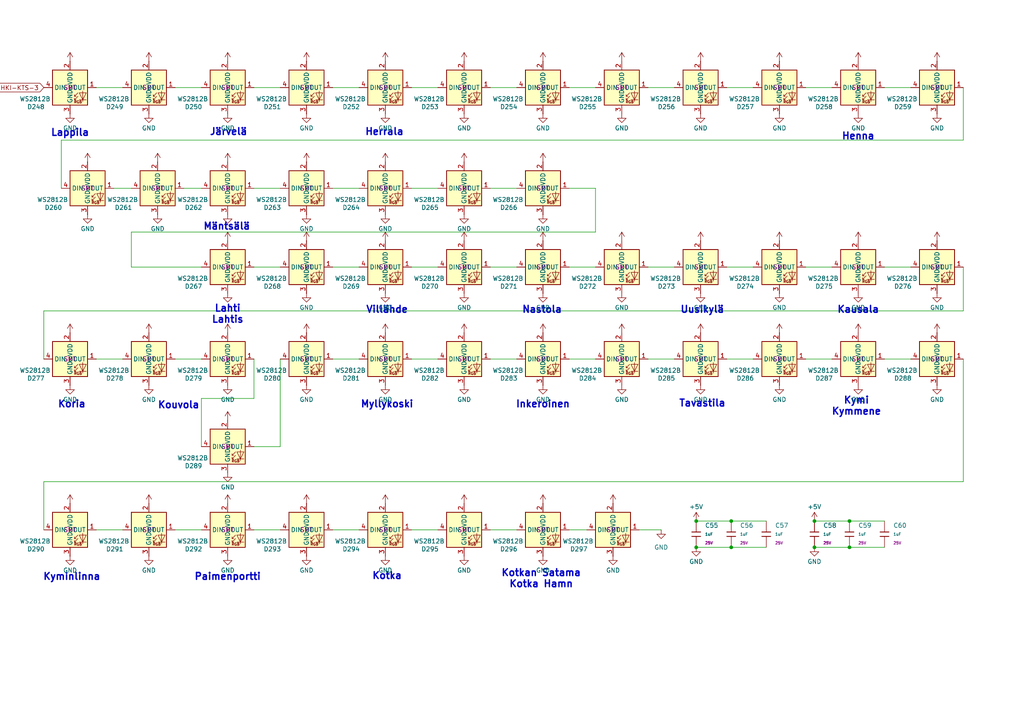
<source format=kicad_sch>
(kicad_sch (version 20250114) (generator "eeschema") (generator_version "9.0")
  (paper "A4")
  (title_block (title "Helsinki Region Live Train Map") (date "2025-07-19") (rev "1") (comment 1 "©Chris Dirks & Unto Ahti") (comment 2 "MIT License"))
  (text "Villähde" (at 112.268 89.916 0) (effects (font (size 2 2) (thickness 0.4) (bold yes))))
  (text "Kausala" (at 248.92 89.916 0) (effects (font (size 2 2) (thickness 0.4) (bold yes))))
  (text "Kotkan Satama\nKotka Hamn\n" (at 156.972 167.894 0) (effects (font (size 2 2) (thickness 0.4) (bold yes))))
  (text "Lahti\nLahtis" (at 66.04 91.186 0) (effects (font (size 2 2) (thickness 0.4) (bold yes))))
  (text "Inkeroinen" (at 157.48 117.348 0) (effects (font (size 2 2) (thickness 0.4) (bold yes))))
  (text "Uusikylä" (at 203.708 89.916 0) (effects (font (size 2 2) (thickness 0.4) (bold yes))))
  (text "Myllykoski" (at 112.268 117.348 0) (effects (font (size 2 2) (thickness 0.4) (bold yes))))
  (text "Nastola" (at 157.226 89.916 0) (effects (font (size 2 2) (thickness 0.4) (bold yes))))
  (text "Paimenportti" (at 66.04 167.386 0) (effects (font (size 2 2) (thickness 0.4) (bold yes))))
  (text "Henna" (at 248.92 39.624 0) (effects (font (size 2 2) (thickness 0.4) (bold yes))))
  (text "Tavastila" (at 203.708 117.094 0) (effects (font (size 2 2) (thickness 0.4) (bold yes))))
  (text "Kotka" (at 112.268 167.132 0) (effects (font (size 2 2) (thickness 0.4) (bold yes))))
  (text "Koria" (at 20.828 117.348 0) (effects (font (size 2 2) (thickness 0.4) (bold yes))))
  (text "Järvelä" (at 66.294 38.354 0) (effects (font (size 2 2) (thickness 0.4) (bold yes))))
  (text "Kymi\nKymmene\n" (at 248.412 117.856 0) (effects (font (size 2 2) (thickness 0.4) (bold yes))))
  (text "Kouvola" (at 51.816 117.602 0) (effects (font (size 2 2) (thickness 0.4) (bold yes))))
  (text "Herrala" (at 111.506 38.354 0) (effects (font (size 2 2) (thickness 0.4) (bold yes))))
  (text "Kyminlinna" (at 20.828 167.386 0) (effects (font (size 2 2) (thickness 0.4) (bold yes))))
  (text "Mäntsälä" (at 65.786 65.786 0) (effects (font (size 2 2) (thickness 0.4) (bold yes))))
  (text "Lappila" (at 20.32 38.608 0) (effects (font (size 2 2) (thickness 0.4) (bold yes))))
  (junction (at 201.93 151.13))
  (junction (at 236.22 158.75))
  (junction (at 212.09 151.13))
  (junction (at 212.09 158.75))
  (junction (at 246.38 158.75))
  (junction (at 246.38 151.13))
  (junction (at 236.22 151.13))
  (junction (at 201.93 158.75))
  (wire (pts (xy 149.86 153.67) (xy 142.24 153.67)))
  (wire (pts (xy 73.66 77.47) (xy 81.28 77.47)))
  (wire (pts (xy 241.3 77.47) (xy 233.68 77.47)))
  (wire (pts (xy 264.16 25.4) (xy 256.54 25.4)))
  (wire (pts (xy 165.1 153.67) (xy 170.18 153.67)))
  (wire (pts (xy 104.14 25.4) (xy 96.52 25.4)))
  (wire (pts (xy 12.7 104.14) (xy 12.7 90.17)))
  (wire (pts (xy 35.56 104.14) (xy 27.94 104.14)))
  (wire (pts (xy 17.78 40.64) (xy 17.78 54.61)))
  (wire (pts (xy 81.28 129.54) (xy 81.28 104.14)))
  (wire (pts (xy 27.94 153.67) (xy 35.56 153.67)))
  (wire (pts (xy 81.28 129.54) (xy 73.66 129.54)))
  (wire (pts (xy 149.86 77.47) (xy 142.24 77.47)))
  (wire (pts (xy 279.4 90.17) (xy 279.4 77.47)))
  (wire (pts (xy 256.54 77.47) (xy 264.16 77.47)))
  (wire (pts (xy 104.14 77.47) (xy 96.52 77.47)))
  (wire (pts (xy 12.7 90.17) (xy 279.4 90.17)))
  (wire (pts (xy 58.42 104.14) (xy 50.8 104.14)))
  (wire (pts (xy 50.8 25.4) (xy 58.42 25.4)))
  (wire (pts (xy 73.66 115.57) (xy 58.42 115.57)))
  (wire (pts (xy 172.72 54.61) (xy 172.72 67.31)))
  (wire (pts (xy 201.93 151.13) (xy 212.09 151.13)))
  (wire (pts (xy 201.93 158.75) (xy 212.09 158.75)))
  (wire (pts (xy 241.3 104.14) (xy 233.68 104.14)))
  (wire (pts (xy 210.82 104.14) (xy 218.44 104.14)))
  (wire (pts (xy 35.56 25.4) (xy 27.94 25.4)))
  (wire (pts (xy 119.38 77.47) (xy 127 77.47)))
  (wire (pts (xy 119.38 153.67) (xy 127 153.67)))
  (wire (pts (xy 172.72 25.4) (xy 165.1 25.4)))
  (wire (pts (xy 172.72 77.47) (xy 165.1 77.47)))
  (wire (pts (xy 127 25.4) (xy 119.38 25.4)))
  (wire (pts (xy 233.68 25.4) (xy 241.3 25.4)))
  (wire (pts (xy 119.38 54.61) (xy 127 54.61)))
  (wire (pts (xy 17.78 40.64) (xy 279.4 40.64)))
  (wire (pts (xy 104.14 153.67) (xy 96.52 153.67)))
  (wire (pts (xy 195.58 77.47) (xy 187.96 77.47)))
  (wire (pts (xy 142.24 25.4) (xy 149.86 25.4)))
  (wire (pts (xy 53.34 54.61) (xy 58.42 54.61)))
  (wire (pts (xy 212.09 151.13) (xy 222.25 151.13)))
  (wire (pts (xy 12.7 139.7) (xy 12.7 153.67)))
  (wire (pts (xy 212.09 158.75) (xy 222.25 158.75)))
  (wire (pts (xy 104.14 104.14) (xy 96.52 104.14)))
  (wire (pts (xy 38.1 67.31) (xy 38.1 77.47)))
  (wire (pts (xy 210.82 77.47) (xy 218.44 77.47)))
  (wire (pts (xy 38.1 77.47) (xy 58.42 77.47)))
  (wire (pts (xy 81.28 25.4) (xy 73.66 25.4)))
  (wire (pts (xy 33.02 54.61) (xy 38.1 54.61)))
  (wire (pts (xy 58.42 115.57) (xy 58.42 129.54)))
  (wire (pts (xy 185.42 153.67) (xy 191.77 153.67)))
  (wire (pts (xy 195.58 104.14) (xy 187.96 104.14)))
  (wire (pts (xy 256.54 104.14) (xy 264.16 104.14)))
  (wire (pts (xy 187.96 25.4) (xy 195.58 25.4)))
  (wire (pts (xy 246.38 151.13) (xy 256.54 151.13)))
  (wire (pts (xy 172.72 104.14) (xy 165.1 104.14)))
  (wire (pts (xy 279.4 104.14) (xy 279.4 139.7)))
  (wire (pts (xy 279.4 25.4) (xy 279.4 40.64)))
  (wire (pts (xy 246.38 158.75) (xy 256.54 158.75)))
  (wire (pts (xy 149.86 54.61) (xy 142.24 54.61)))
  (wire (pts (xy 73.66 153.67) (xy 81.28 153.67)))
  (wire (pts (xy 172.72 67.31) (xy 38.1 67.31)))
  (wire (pts (xy 73.66 104.14) (xy 73.66 115.57)))
  (wire (pts (xy 119.38 104.14) (xy 127 104.14)))
  (wire (pts (xy 236.22 151.13) (xy 246.38 151.13)))
  (wire (pts (xy 58.42 153.67) (xy 50.8 153.67)))
  (wire (pts (xy 218.44 25.4) (xy 210.82 25.4)))
  (wire (pts (xy 73.66 54.61) (xy 81.28 54.61)))
  (wire (pts (xy 104.14 54.61) (xy 96.52 54.61)))
  (wire (pts (xy 149.86 104.14) (xy 142.24 104.14)))
  (wire (pts (xy 236.22 158.75) (xy 246.38 158.75)))
  (wire (pts (xy 279.4 139.7) (xy 12.7 139.7)))
  (wire (pts (xy 172.72 54.61) (xy 165.1 54.61)))
  (global_label "HKI-KTS-3" (shape input) (at 12.7 25.4 180) (property "Intersheetrefs" "${INTERSHEET_REFS}" (effects (hide yes))))
  (symbol (lib_id "PCM_JLCPCB-Extended:LED, WS2812B, 1615") (at 111.76 54.61 0) (unit 1)
    (property "Reference" "D264" (at 101.854 60.198 0))
    (property "Value" "WS2812B" (at 101.6 57.912 0))
    (property "Footprint" "PCM_JLCPCB:LED-SMD_4P-L1.6-W1.5_XL-1615RGBC-WS2812B" (effects (hide yes)))
    (property "Datasheet" "https://atta.szlcsc.com/upload/public/pdf/source/20230111/5AD58278EBED6B6650A81C53A19BF314.pdf" (effects (hide yes)))
    (property "Description" "1615 RGB LEDs(Built-in IC) ROHS" (effects (hide yes)))
    (property "LCSC" "C5349954" (effects (hide yes)))
    (property "Part" "XL-1615RGBC-WS2812B" (effects (hide yes)))
    (property "Manufacturer" "XINGLIGHT" (effects (hide yes)))
    (property "Process" "SMT" (at 111.76 54.61 0))
  )
  (symbol (lib_id "power:+5V") (at 111.76 17.78 0) (unit 1)
    (property "Reference" "#PWR0566" (effects (hide yes)))
    (property "Value" "+5V" (effects (hide yes)))
    (property "Description" "Power symbol creates a global label with name \"+5V\"" (effects (hide yes)))
  )
  (symbol (lib_id "power:GND") (at 191.77 153.67 0) (unit 1)
    (property "Reference" "#PWR0656" (effects (hide yes)))
    (property "Value" "GND" (at 191.77 158.75 0))
    (property "Description" "Power symbol creates a global label with name \"GND\" , ground" (effects (hide yes)))
  )
  (symbol (lib_id "power:GND") (at 45.72 62.23 0) (unit 1)
    (property "Reference" "#PWR0594" (effects (hide yes)))
    (property "Value" "GND" (at 45.72 66.3631 0))
    (property "Description" "Power symbol creates a global label with name \"GND\" , ground" (effects (hide yes)))
  )
  (symbol (lib_id "power:+5V") (at 43.18 146.05 0) (unit 1)
    (property "Reference" "#PWR0647" (effects (hide yes)))
    (property "Value" "+5V" (effects (hide yes)))
    (property "Description" "Power symbol creates a global label with name \"+5V\"" (effects (hide yes)))
  )
  (symbol (lib_id "power:+5V") (at 134.62 46.99 0) (unit 1)
    (property "Reference" "#PWR0591" (effects (hide yes)))
    (property "Value" "+5V" (effects (hide yes)))
    (property "Description" "Power symbol creates a global label with name \"+5V\"" (effects (hide yes)))
  )
  (symbol (lib_id "PCM_JLCPCB-Extended:LED, WS2812B, 1615") (at 66.04 129.54 0) (unit 1)
    (property "Reference" "D289" (at 56.134 135.128 0))
    (property "Value" "WS2812B" (at 55.88 132.842 0))
    (property "Footprint" "PCM_JLCPCB:LED-SMD_4P-L1.6-W1.5_XL-1615RGBC-WS2812B" (effects (hide yes)))
    (property "Datasheet" "https://atta.szlcsc.com/upload/public/pdf/source/20230111/5AD58278EBED6B6650A81C53A19BF314.pdf" (effects (hide yes)))
    (property "Description" "1615 RGB LEDs(Built-in IC) ROHS" (effects (hide yes)))
    (property "LCSC" "C5349954" (effects (hide yes)))
    (property "Part" "XL-1615RGBC-WS2812B" (effects (hide yes)))
    (property "Manufacturer" "XINGLIGHT" (effects (hide yes)))
    (property "Process" "SMT" (at 66.04 129.54 0))
  )
  (symbol (lib_id "power:GND") (at 43.18 111.76 0) (unit 1)
    (property "Reference" "#PWR0633" (effects (hide yes)))
    (property "Value" "GND" (at 43.18 115.8931 0))
    (property "Description" "Power symbol creates a global label with name \"GND\" , ground" (effects (hide yes)))
  )
  (symbol (lib_id "power:+5V") (at 20.32 17.78 0) (unit 1)
    (property "Reference" "#PWR0562" (effects (hide yes)))
    (property "Value" "+5V" (effects (hide yes)))
    (property "Description" "Power symbol creates a global label with name \"+5V\"" (effects (hide yes)))
  )
  (symbol (lib_id "PCM_JLCPCB-Extended:LED, WS2812B, 1615") (at 157.48 25.4 0) (unit 1)
    (property "Reference" "D254" (at 147.574 30.988 0))
    (property "Value" "WS2812B" (at 147.32 28.702 0))
    (property "Footprint" "PCM_JLCPCB:LED-SMD_4P-L1.6-W1.5_XL-1615RGBC-WS2812B" (effects (hide yes)))
    (property "Datasheet" "https://atta.szlcsc.com/upload/public/pdf/source/20230111/5AD58278EBED6B6650A81C53A19BF314.pdf" (effects (hide yes)))
    (property "Description" "1615 RGB LEDs(Built-in IC) ROHS" (effects (hide yes)))
    (property "LCSC" "C5349954" (effects (hide yes)))
    (property "Part" "XL-1615RGBC-WS2812B" (effects (hide yes)))
    (property "Manufacturer" "XINGLIGHT" (effects (hide yes)))
    (property "Process" "SMT" (at 157.48 25.4 0))
  )
  (symbol (lib_id "power:GND") (at 134.62 85.09 0) (unit 1)
    (property "Reference" "#PWR0613" (effects (hide yes)))
    (property "Value" "GND" (at 134.62 89.2231 0))
    (property "Description" "Power symbol creates a global label with name \"GND\" , ground" (effects (hide yes)))
  )
  (symbol (lib_id "power:+5V") (at 157.48 96.52 0) (unit 1)
    (property "Reference" "#PWR0626" (effects (hide yes)))
    (property "Value" "+5V" (effects (hide yes)))
    (property "Description" "Power symbol creates a global label with name \"+5V\"" (effects (hide yes)))
  )
  (symbol (lib_id "power:+5V") (at 248.92 96.52 0) (unit 1)
    (property "Reference" "#PWR0630" (effects (hide yes)))
    (property "Value" "+5V" (effects (hide yes)))
    (property "Description" "Power symbol creates a global label with name \"+5V\"" (effects (hide yes)))
  )
  (symbol (lib_id "power:GND") (at 236.22 158.75 0) (unit 1)
    (property "Reference" "#PWR0658" (effects (hide yes)))
    (property "Value" "GND" (at 236.22 162.8831 0))
    (property "Description" "Power symbol creates a global label with name \"GND\" , ground" (effects (hide yes)))
  )
  (symbol (lib_id "PCM_JLCPCB-Extended:LED, WS2812B, 1615") (at 66.04 25.4 0) (unit 1)
    (property "Reference" "D250" (at 56.134 30.988 0))
    (property "Value" "WS2812B" (at 55.88 28.702 0))
    (property "Footprint" "PCM_JLCPCB:LED-SMD_4P-L1.6-W1.5_XL-1615RGBC-WS2812B" (effects (hide yes)))
    (property "Datasheet" "https://atta.szlcsc.com/upload/public/pdf/source/20230111/5AD58278EBED6B6650A81C53A19BF314.pdf" (effects (hide yes)))
    (property "Description" "1615 RGB LEDs(Built-in IC) ROHS" (effects (hide yes)))
    (property "LCSC" "C5349954" (effects (hide yes)))
    (property "Part" "XL-1615RGBC-WS2812B" (effects (hide yes)))
    (property "Manufacturer" "XINGLIGHT" (effects (hide yes)))
    (property "Process" "SMT" (at 66.04 25.4 0))
  )
  (symbol (lib_id "power:+5V") (at 248.92 69.85 0) (unit 1)
    (property "Reference" "#PWR0608" (effects (hide yes)))
    (property "Value" "+5V" (effects (hide yes)))
    (property "Description" "Power symbol creates a global label with name \"+5V\"" (effects (hide yes)))
  )
  (symbol (lib_id "PCM_JLCPCB-Extended:LED, WS2812B, 1615") (at 25.4 54.61 0) (unit 1)
    (property "Reference" "D260" (at 15.494 60.198 0))
    (property "Value" "WS2812B" (at 15.24 57.912 0))
    (property "Footprint" "PCM_JLCPCB:LED-SMD_4P-L1.6-W1.5_XL-1615RGBC-WS2812B" (effects (hide yes)))
    (property "Datasheet" "https://atta.szlcsc.com/upload/public/pdf/source/20230111/5AD58278EBED6B6650A81C53A19BF314.pdf" (effects (hide yes)))
    (property "Description" "1615 RGB LEDs(Built-in IC) ROHS" (effects (hide yes)))
    (property "LCSC" "C5349954" (effects (hide yes)))
    (property "Part" "XL-1615RGBC-WS2812B" (effects (hide yes)))
    (property "Manufacturer" "XINGLIGHT" (effects (hide yes)))
    (property "Process" "SMT" (at 25.4 54.61 0))
  )
  (symbol (lib_id "power:GND") (at 180.34 85.09 0) (unit 1)
    (property "Reference" "#PWR0615" (effects (hide yes)))
    (property "Value" "GND" (at 180.34 89.2231 0))
    (property "Description" "Power symbol creates a global label with name \"GND\" , ground" (effects (hide yes)))
  )
  (symbol (lib_id "power:GND") (at 43.18 161.29 0) (unit 1)
    (property "Reference" "#PWR0660" (effects (hide yes)))
    (property "Value" "GND" (at 43.18 165.4231 0))
    (property "Description" "Power symbol creates a global label with name \"GND\" , ground" (effects (hide yes)))
  )
  (symbol (lib_id "PCM_JLCPCB-Capacitors:0402,1uF") (at 222.25 154.94 0) (unit 1)
    (property "Reference" "C57" (at 224.79 152.3999 0) (effects (justify left)))
    (property "Value" "1uF" (at 224.79 154.94 0) (effects (font (size 0.8 0.8)) (justify left)))
    (property "Footprint" "PCM_JLCPCB:C_0402" (effects (hide yes)))
    (property "Datasheet" "https://www.lcsc.com/datasheet/lcsc_datasheet_2304140030_Samsung-Electro-Mechanics-CL05A105KA5NQNC_C52923.pdf" (effects (hide yes)))
    (property "Description" "25V 1uF X5R ±10% 0402 Multilayer Ceramic Capacitors MLCC - SMD/SMT ROHS" (effects (hide yes)))
    (property "LCSC" "C52923" (effects (hide yes)))
    (property "Stock" "7151069" (effects (hide yes)))
    (property "Price" "0.006USD" (effects (hide yes)))
    (property "Process" "SMT" (effects (hide yes)))
    (property "Minimum Qty" "20" (effects (hide yes)))
    (property "Attrition Qty" "10" (effects (hide yes)))
    (property "Class" "Basic Component" (effects (hide yes)))
    (property "Category" "Capacitors,Multilayer Ceramic Capacitors MLCC - SMD/SMT" (effects (hide yes)))
    (property "Manufacturer" "Samsung Electro-Mechanics" (effects (hide yes)))
    (property "Part" "CL05A105KA5NQNC" (effects (hide yes)))
    (property "Voltage Rated" "25V" (at 224.79 157.48 0) (effects (font (size 0.8 0.8)) (justify left)))
    (property "Tolerance" "±10%" (effects (hide yes)))
    (property "Capacitance" "1uF" (effects (hide yes)))
    (property "Temperature Coefficient" "X5R" (effects (hide yes)))
  )
  (symbol (lib_id "power:+5V") (at 157.48 146.05 0) (unit 1)
    (property "Reference" "#PWR0652" (effects (hide yes)))
    (property "Value" "+5V" (effects (hide yes)))
    (property "Description" "Power symbol creates a global label with name \"+5V\"" (effects (hide yes)))
  )
  (symbol (lib_id "power:GND") (at 226.06 85.09 0) (unit 1)
    (property "Reference" "#PWR0617" (effects (hide yes)))
    (property "Value" "GND" (at 226.06 89.2231 0))
    (property "Description" "Power symbol creates a global label with name \"GND\" , ground" (effects (hide yes)))
  )
  (symbol (lib_id "PCM_JLCPCB-Extended:LED, WS2812B, 1615") (at 271.78 77.47 0) (unit 1)
    (property "Reference" "D276" (at 261.874 83.058 0))
    (property "Value" "WS2812B" (at 261.62 80.772 0))
    (property "Footprint" "PCM_JLCPCB:LED-SMD_4P-L1.6-W1.5_XL-1615RGBC-WS2812B" (effects (hide yes)))
    (property "Datasheet" "https://atta.szlcsc.com/upload/public/pdf/source/20230111/5AD58278EBED6B6650A81C53A19BF314.pdf" (effects (hide yes)))
    (property "Description" "1615 RGB LEDs(Built-in IC) ROHS" (effects (hide yes)))
    (property "LCSC" "C5349954" (effects (hide yes)))
    (property "Part" "XL-1615RGBC-WS2812B" (effects (hide yes)))
    (property "Manufacturer" "XINGLIGHT" (effects (hide yes)))
    (property "Process" "SMT" (at 271.78 77.47 0))
  )
  (symbol (lib_id "power:+5V") (at 180.34 96.52 0) (unit 1)
    (property "Reference" "#PWR0627" (effects (hide yes)))
    (property "Value" "+5V" (effects (hide yes)))
    (property "Description" "Power symbol creates a global label with name \"+5V\"" (effects (hide yes)))
  )
  (symbol (lib_id "power:+5V") (at 180.34 69.85 0) (unit 1)
    (property "Reference" "#PWR0605" (effects (hide yes)))
    (property "Value" "+5V" (effects (hide yes)))
    (property "Description" "Power symbol creates a global label with name \"+5V\"" (effects (hide yes)))
  )
  (symbol (lib_id "power:GND") (at 66.04 62.23 0) (unit 1)
    (property "Reference" "#PWR0595" (effects (hide yes)))
    (property "Value" "GND" (effects (hide yes)))
    (property "Description" "Power symbol creates a global label with name \"GND\" , ground" (effects (hide yes)))
  )
  (symbol (lib_id "power:+5V") (at 43.18 17.78 0) (unit 1)
    (property "Reference" "#PWR0563" (effects (hide yes)))
    (property "Value" "+5V" (effects (hide yes)))
    (property "Description" "Power symbol creates a global label with name \"+5V\"" (effects (hide yes)))
  )
  (symbol (lib_id "power:+5V") (at 226.06 96.52 0) (unit 1)
    (property "Reference" "#PWR0629" (effects (hide yes)))
    (property "Value" "+5V" (effects (hide yes)))
    (property "Description" "Power symbol creates a global label with name \"+5V\"" (effects (hide yes)))
  )
  (symbol (lib_id "power:GND") (at 25.4 62.23 0) (unit 1)
    (property "Reference" "#PWR0593" (effects (hide yes)))
    (property "Value" "GND" (at 25.4 66.3631 0))
    (property "Description" "Power symbol creates a global label with name \"GND\" , ground" (effects (hide yes)))
  )
  (symbol (lib_id "power:+5V") (at 66.04 121.92 0) (unit 1)
    (property "Reference" "#PWR0644" (effects (hide yes)))
    (property "Value" "+5V" (effects (hide yes)))
    (property "Description" "Power symbol creates a global label with name \"+5V\"" (effects (hide yes)))
  )
  (symbol (lib_id "PCM_JLCPCB-Extended:LED, WS2812B, 1615") (at 157.48 153.67 0) (unit 1)
    (property "Reference" "D296" (at 147.574 159.258 0))
    (property "Value" "WS2812B" (at 147.32 156.972 0))
    (property "Footprint" "PCM_JLCPCB:LED-SMD_4P-L1.6-W1.5_XL-1615RGBC-WS2812B" (effects (hide yes)))
    (property "Datasheet" "https://atta.szlcsc.com/upload/public/pdf/source/20230111/5AD58278EBED6B6650A81C53A19BF314.pdf" (effects (hide yes)))
    (property "Description" "1615 RGB LEDs(Built-in IC) ROHS" (effects (hide yes)))
    (property "LCSC" "C5349954" (effects (hide yes)))
    (property "Part" "XL-1615RGBC-WS2812B" (effects (hide yes)))
    (property "Manufacturer" "XINGLIGHT" (effects (hide yes)))
    (property "Process" "SMT" (at 157.48 153.67 0))
  )
  (symbol (lib_id "power:+5V") (at 20.32 96.52 0) (unit 1)
    (property "Reference" "#PWR0620" (effects (hide yes)))
    (property "Value" "+5V" (effects (hide yes)))
    (property "Description" "Power symbol creates a global label with name \"+5V\"" (effects (hide yes)))
  )
  (symbol (lib_id "PCM_JLCPCB-Extended:LED, WS2812B, 1615") (at 271.78 25.4 0) (unit 1)
    (property "Reference" "D259" (at 261.874 30.988 0))
    (property "Value" "WS2812B" (at 261.62 28.702 0))
    (property "Footprint" "PCM_JLCPCB:LED-SMD_4P-L1.6-W1.5_XL-1615RGBC-WS2812B" (effects (hide yes)))
    (property "Datasheet" "https://atta.szlcsc.com/upload/public/pdf/source/20230111/5AD58278EBED6B6650A81C53A19BF314.pdf" (effects (hide yes)))
    (property "Description" "1615 RGB LEDs(Built-in IC) ROHS" (effects (hide yes)))
    (property "LCSC" "C5349954" (effects (hide yes)))
    (property "Part" "XL-1615RGBC-WS2812B" (effects (hide yes)))
    (property "Manufacturer" "XINGLIGHT" (effects (hide yes)))
    (property "Process" "SMT" (at 271.78 25.4 0))
  )
  (symbol (lib_id "power:GND") (at 157.48 62.23 0) (unit 1)
    (property "Reference" "#PWR0599" (effects (hide yes)))
    (property "Value" "GND" (at 157.48 66.3631 0))
    (property "Description" "Power symbol creates a global label with name \"GND\" , ground" (effects (hide yes)))
  )
  (symbol (lib_id "PCM_JLCPCB-Extended:LED, WS2812B, 1615") (at 134.62 25.4 0) (unit 1)
    (property "Reference" "D253" (at 124.714 30.988 0))
    (property "Value" "WS2812B" (at 124.46 28.702 0))
    (property "Footprint" "PCM_JLCPCB:LED-SMD_4P-L1.6-W1.5_XL-1615RGBC-WS2812B" (effects (hide yes)))
    (property "Datasheet" "https://atta.szlcsc.com/upload/public/pdf/source/20230111/5AD58278EBED6B6650A81C53A19BF314.pdf" (effects (hide yes)))
    (property "Description" "1615 RGB LEDs(Built-in IC) ROHS" (effects (hide yes)))
    (property "LCSC" "C5349954" (effects (hide yes)))
    (property "Part" "XL-1615RGBC-WS2812B" (effects (hide yes)))
    (property "Manufacturer" "XINGLIGHT" (effects (hide yes)))
    (property "Process" "SMT" (at 134.62 25.4 0))
  )
  (symbol (lib_id "power:GND") (at 201.93 158.75 0) (unit 1)
    (property "Reference" "#PWR0657" (effects (hide yes)))
    (property "Value" "GND" (at 201.93 162.8831 0))
    (property "Description" "Power symbol creates a global label with name \"GND\" , ground" (effects (hide yes)))
  )
  (symbol (lib_id "PCM_JLCPCB-Extended:LED, WS2812B, 1615") (at 157.48 77.47 0) (unit 1)
    (property "Reference" "D271" (at 147.574 83.058 0))
    (property "Value" "WS2812B" (at 147.32 80.772 0))
    (property "Footprint" "PCM_JLCPCB:LED-SMD_4P-L1.6-W1.5_XL-1615RGBC-WS2812B" (effects (hide yes)))
    (property "Datasheet" "https://atta.szlcsc.com/upload/public/pdf/source/20230111/5AD58278EBED6B6650A81C53A19BF314.pdf" (effects (hide yes)))
    (property "Description" "1615 RGB LEDs(Built-in IC) ROHS" (effects (hide yes)))
    (property "LCSC" "C5349954" (effects (hide yes)))
    (property "Part" "XL-1615RGBC-WS2812B" (effects (hide yes)))
    (property "Manufacturer" "XINGLIGHT" (effects (hide yes)))
    (property "Process" "SMT" (at 157.48 77.47 0))
  )
  (symbol (lib_id "PCM_JLCPCB-Extended:LED, WS2812B, 1615") (at 134.62 153.67 0) (unit 1)
    (property "Reference" "D295" (at 124.714 159.258 0))
    (property "Value" "WS2812B" (at 124.46 156.972 0))
    (property "Footprint" "PCM_JLCPCB:LED-SMD_4P-L1.6-W1.5_XL-1615RGBC-WS2812B" (effects (hide yes)))
    (property "Datasheet" "https://atta.szlcsc.com/upload/public/pdf/source/20230111/5AD58278EBED6B6650A81C53A19BF314.pdf" (effects (hide yes)))
    (property "Description" "1615 RGB LEDs(Built-in IC) ROHS" (effects (hide yes)))
    (property "LCSC" "C5349954" (effects (hide yes)))
    (property "Part" "XL-1615RGBC-WS2812B" (effects (hide yes)))
    (property "Manufacturer" "XINGLIGHT" (effects (hide yes)))
    (property "Process" "SMT" (at 134.62 153.67 0))
  )
  (symbol (lib_id "PCM_JLCPCB-Extended:LED, WS2812B, 1615") (at 271.78 104.14 0) (unit 1)
    (property "Reference" "D288" (at 261.874 109.728 0))
    (property "Value" "WS2812B" (at 261.62 107.442 0))
    (property "Footprint" "PCM_JLCPCB:LED-SMD_4P-L1.6-W1.5_XL-1615RGBC-WS2812B" (effects (hide yes)))
    (property "Datasheet" "https://atta.szlcsc.com/upload/public/pdf/source/20230111/5AD58278EBED6B6650A81C53A19BF314.pdf" (effects (hide yes)))
    (property "Description" "1615 RGB LEDs(Built-in IC) ROHS" (effects (hide yes)))
    (property "LCSC" "C5349954" (effects (hide yes)))
    (property "Part" "XL-1615RGBC-WS2812B" (effects (hide yes)))
    (property "Manufacturer" "XINGLIGHT" (effects (hide yes)))
    (property "Process" "SMT" (at 271.78 104.14 0))
  )
  (symbol (lib_id "power:GND") (at 180.34 111.76 0) (unit 1)
    (property "Reference" "#PWR0639" (effects (hide yes)))
    (property "Value" "GND" (at 180.34 115.8931 0))
    (property "Description" "Power symbol creates a global label with name \"GND\" , ground" (effects (hide yes)))
  )
  (symbol (lib_id "power:+5V") (at 271.78 17.78 0) (unit 1)
    (property "Reference" "#PWR0573" (effects (hide yes)))
    (property "Value" "+5V" (effects (hide yes)))
    (property "Description" "Power symbol creates a global label with name \"+5V\"" (effects (hide yes)))
  )
  (symbol (lib_id "power:GND") (at 134.62 62.23 0) (unit 1)
    (property "Reference" "#PWR0598" (effects (hide yes)))
    (property "Value" "GND" (at 134.62 66.3631 0))
    (property "Description" "Power symbol creates a global label with name \"GND\" , ground" (effects (hide yes)))
  )
  (symbol (lib_id "power:GND") (at 88.9 111.76 0) (unit 1)
    (property "Reference" "#PWR0635" (effects (hide yes)))
    (property "Value" "GND" (at 88.9 115.8931 0))
    (property "Description" "Power symbol creates a global label with name \"GND\" , ground" (effects (hide yes)))
  )
  (symbol (lib_id "power:GND") (at 134.62 161.29 0) (unit 1)
    (property "Reference" "#PWR0664" (effects (hide yes)))
    (property "Value" "GND" (at 134.62 165.4231 0))
    (property "Description" "Power symbol creates a global label with name \"GND\" , ground" (effects (hide yes)))
  )
  (symbol (lib_id "PCM_JLCPCB-Extended:LED, WS2812B, 1615") (at 20.32 104.14 0) (unit 1)
    (property "Reference" "D277" (at 10.414 109.728 0))
    (property "Value" "WS2812B" (at 10.16 107.442 0))
    (property "Footprint" "PCM_JLCPCB:LED-SMD_4P-L1.6-W1.5_XL-1615RGBC-WS2812B" (effects (hide yes)))
    (property "Datasheet" "https://atta.szlcsc.com/upload/public/pdf/source/20230111/5AD58278EBED6B6650A81C53A19BF314.pdf" (effects (hide yes)))
    (property "Description" "1615 RGB LEDs(Built-in IC) ROHS" (effects (hide yes)))
    (property "LCSC" "C5349954" (effects (hide yes)))
    (property "Part" "XL-1615RGBC-WS2812B" (effects (hide yes)))
    (property "Manufacturer" "XINGLIGHT" (effects (hide yes)))
    (property "Process" "SMT" (at 20.32 104.14 0))
  )
  (symbol (lib_id "power:GND") (at 134.62 33.02 0) (unit 1)
    (property "Reference" "#PWR0579" (effects (hide yes)))
    (property "Value" "GND" (at 134.62 37.1531 0))
    (property "Description" "Power symbol creates a global label with name \"GND\" , ground" (effects (hide yes)))
  )
  (symbol (lib_id "power:+5V") (at 111.76 96.52 0) (unit 1)
    (property "Reference" "#PWR0624" (effects (hide yes)))
    (property "Value" "+5V" (effects (hide yes)))
    (property "Description" "Power symbol creates a global label with name \"+5V\"" (effects (hide yes)))
  )
  (symbol (lib_id "power:GND") (at 134.62 111.76 0) (unit 1)
    (property "Reference" "#PWR0637" (effects (hide yes)))
    (property "Value" "GND" (at 134.62 115.8931 0))
    (property "Description" "Power symbol creates a global label with name \"GND\" , ground" (effects (hide yes)))
  )
  (symbol (lib_id "PCM_JLCPCB-Extended:LED, WS2812B, 1615") (at 66.04 54.61 0) (unit 1)
    (property "Reference" "D262" (at 56.134 60.198 0))
    (property "Value" "WS2812B" (at 55.88 57.912 0))
    (property "Footprint" "PCM_JLCPCB:LED-SMD_4P-L1.6-W1.5_XL-1615RGBC-WS2812B" (effects (hide yes)))
    (property "Datasheet" "https://atta.szlcsc.com/upload/public/pdf/source/20230111/5AD58278EBED6B6650A81C53A19BF314.pdf" (effects (hide yes)))
    (property "Description" "1615 RGB LEDs(Built-in IC) ROHS" (effects (hide yes)))
    (property "LCSC" "C5349954" (effects (hide yes)))
    (property "Part" "XL-1615RGBC-WS2812B" (effects (hide yes)))
    (property "Manufacturer" "XINGLIGHT" (effects (hide yes)))
    (property "Process" "SMT" (at 66.04 54.61 0))
  )
  (symbol (lib_id "power:+5V") (at 66.04 69.85 0) (unit 1)
    (property "Reference" "#PWR0600" (effects (hide yes)))
    (property "Value" "+5V" (effects (hide yes)))
    (property "Description" "Power symbol creates a global label with name \"+5V\"" (effects (hide yes)))
  )
  (symbol (lib_id "power:GND") (at 157.48 85.09 0) (unit 1)
    (property "Reference" "#PWR0614" (effects (hide yes)))
    (property "Value" "GND" (at 157.48 89.2231 0))
    (property "Description" "Power symbol creates a global label with name \"GND\" , ground" (effects (hide yes)))
  )
  (symbol (lib_id "power:GND") (at 203.2 33.02 0) (unit 1)
    (property "Reference" "#PWR0582" (effects (hide yes)))
    (property "Value" "GND" (at 203.2 37.1531 0))
    (property "Description" "Power symbol creates a global label with name \"GND\" , ground" (effects (hide yes)))
  )
  (symbol (lib_id "power:GND") (at 271.78 85.09 0) (unit 1)
    (property "Reference" "#PWR0619" (effects (hide yes)))
    (property "Value" "GND" (at 271.78 89.2231 0))
    (property "Description" "Power symbol creates a global label with name \"GND\" , ground" (effects (hide yes)))
  )
  (symbol (lib_id "power:+5V") (at 203.2 96.52 0) (unit 1)
    (property "Reference" "#PWR0628" (effects (hide yes)))
    (property "Value" "+5V" (effects (hide yes)))
    (property "Description" "Power symbol creates a global label with name \"+5V\"" (effects (hide yes)))
  )
  (symbol (lib_id "PCM_JLCPCB-Extended:LED, WS2812B, 1615") (at 20.32 153.67 0) (unit 1)
    (property "Reference" "D290" (at 10.414 159.258 0))
    (property "Value" "WS2812B" (at 10.16 156.972 0))
    (property "Footprint" "PCM_JLCPCB:LED-SMD_4P-L1.6-W1.5_XL-1615RGBC-WS2812B" (effects (hide yes)))
    (property "Datasheet" "https://atta.szlcsc.com/upload/public/pdf/source/20230111/5AD58278EBED6B6650A81C53A19BF314.pdf" (effects (hide yes)))
    (property "Description" "1615 RGB LEDs(Built-in IC) ROHS" (effects (hide yes)))
    (property "LCSC" "C5349954" (effects (hide yes)))
    (property "Part" "XL-1615RGBC-WS2812B" (effects (hide yes)))
    (property "Manufacturer" "XINGLIGHT" (effects (hide yes)))
    (property "Process" "SMT" (at 20.32 153.67 0))
  )
  (symbol (lib_id "PCM_JLCPCB-Extended:LED, WS2812B, 1615") (at 180.34 77.47 0) (unit 1)
    (property "Reference" "D272" (at 170.434 83.058 0))
    (property "Value" "WS2812B" (at 170.18 80.772 0))
    (property "Footprint" "PCM_JLCPCB:LED-SMD_4P-L1.6-W1.5_XL-1615RGBC-WS2812B" (effects (hide yes)))
    (property "Datasheet" "https://atta.szlcsc.com/upload/public/pdf/source/20230111/5AD58278EBED6B6650A81C53A19BF314.pdf" (effects (hide yes)))
    (property "Description" "1615 RGB LEDs(Built-in IC) ROHS" (effects (hide yes)))
    (property "LCSC" "C5349954" (effects (hide yes)))
    (property "Part" "XL-1615RGBC-WS2812B" (effects (hide yes)))
    (property "Manufacturer" "XINGLIGHT" (effects (hide yes)))
    (property "Process" "SMT" (at 180.34 77.47 0))
  )
  (symbol (lib_id "power:GND") (at 88.9 62.23 0) (unit 1)
    (property "Reference" "#PWR0596" (effects (hide yes)))
    (property "Value" "GND" (at 88.9 66.3631 0))
    (property "Description" "Power symbol creates a global label with name \"GND\" , ground" (effects (hide yes)))
  )
  (symbol (lib_id "PCM_JLCPCB-Extended:LED, WS2812B, 1615") (at 177.8 153.67 0) (unit 1)
    (property "Reference" "D297" (at 167.894 159.258 0))
    (property "Value" "WS2812B" (at 167.64 156.972 0))
    (property "Footprint" "PCM_JLCPCB:LED-SMD_4P-L1.6-W1.5_XL-1615RGBC-WS2812B" (effects (hide yes)))
    (property "Datasheet" "https://atta.szlcsc.com/upload/public/pdf/source/20230111/5AD58278EBED6B6650A81C53A19BF314.pdf" (effects (hide yes)))
    (property "Description" "1615 RGB LEDs(Built-in IC) ROHS" (effects (hide yes)))
    (property "LCSC" "C5349954" (effects (hide yes)))
    (property "Part" "XL-1615RGBC-WS2812B" (effects (hide yes)))
    (property "Manufacturer" "XINGLIGHT" (effects (hide yes)))
    (property "Process" "SMT" (at 177.8 153.67 0))
  )
  (symbol (lib_id "PCM_JLCPCB-Extended:LED, WS2812B, 1615") (at 111.76 77.47 0) (unit 1)
    (property "Reference" "D269" (at 101.854 83.058 0))
    (property "Value" "WS2812B" (at 101.6 80.772 0))
    (property "Footprint" "PCM_JLCPCB:LED-SMD_4P-L1.6-W1.5_XL-1615RGBC-WS2812B" (effects (hide yes)))
    (property "Datasheet" "https://atta.szlcsc.com/upload/public/pdf/source/20230111/5AD58278EBED6B6650A81C53A19BF314.pdf" (effects (hide yes)))
    (property "Description" "1615 RGB LEDs(Built-in IC) ROHS" (effects (hide yes)))
    (property "LCSC" "C5349954" (effects (hide yes)))
    (property "Part" "XL-1615RGBC-WS2812B" (effects (hide yes)))
    (property "Manufacturer" "XINGLIGHT" (effects (hide yes)))
    (property "Process" "SMT" (at 111.76 77.47 0))
  )
  (symbol (lib_id "PCM_JLCPCB-Extended:LED, WS2812B, 1615") (at 203.2 25.4 0) (unit 1)
    (property "Reference" "D256" (at 193.294 30.988 0))
    (property "Value" "WS2812B" (at 193.04 28.702 0))
    (property "Footprint" "PCM_JLCPCB:LED-SMD_4P-L1.6-W1.5_XL-1615RGBC-WS2812B" (effects (hide yes)))
    (property "Datasheet" "https://atta.szlcsc.com/upload/public/pdf/source/20230111/5AD58278EBED6B6650A81C53A19BF314.pdf" (effects (hide yes)))
    (property "Description" "1615 RGB LEDs(Built-in IC) ROHS" (effects (hide yes)))
    (property "LCSC" "C5349954" (effects (hide yes)))
    (property "Part" "XL-1615RGBC-WS2812B" (effects (hide yes)))
    (property "Manufacturer" "XINGLIGHT" (effects (hide yes)))
    (property "Process" "SMT" (at 203.2 25.4 0))
  )
  (symbol (lib_id "power:GND") (at 248.92 111.76 0) (unit 1)
    (property "Reference" "#PWR0642" (effects (hide yes)))
    (property "Value" "GND" (at 248.92 115.8931 0))
    (property "Description" "Power symbol creates a global label with name \"GND\" , ground" (effects (hide yes)))
  )
  (symbol (lib_id "power:GND") (at 66.04 111.76 0) (unit 1)
    (property "Reference" "#PWR0634" (effects (hide yes)))
    (property "Value" "GND" (at 66.04 115.8931 0))
    (property "Description" "Power symbol creates a global label with name \"GND\" , ground" (effects (hide yes)))
  )
  (symbol (lib_id "power:+5V") (at 134.62 146.05 0) (unit 1)
    (property "Reference" "#PWR0651" (effects (hide yes)))
    (property "Value" "+5V" (effects (hide yes)))
    (property "Description" "Power symbol creates a global label with name \"+5V\"" (effects (hide yes)))
  )
  (symbol (lib_id "PCM_JLCPCB-Extended:LED, WS2812B, 1615") (at 43.18 153.67 0) (unit 1)
    (property "Reference" "D291" (at 33.274 159.258 0))
    (property "Value" "WS2812B" (at 33.02 156.972 0))
    (property "Footprint" "PCM_JLCPCB:LED-SMD_4P-L1.6-W1.5_XL-1615RGBC-WS2812B" (effects (hide yes)))
    (property "Datasheet" "https://atta.szlcsc.com/upload/public/pdf/source/20230111/5AD58278EBED6B6650A81C53A19BF314.pdf" (effects (hide yes)))
    (property "Description" "1615 RGB LEDs(Built-in IC) ROHS" (effects (hide yes)))
    (property "LCSC" "C5349954" (effects (hide yes)))
    (property "Part" "XL-1615RGBC-WS2812B" (effects (hide yes)))
    (property "Manufacturer" "XINGLIGHT" (effects (hide yes)))
    (property "Process" "SMT" (at 43.18 153.67 0))
  )
  (symbol (lib_id "PCM_JLCPCB-Capacitors:0402,1uF") (at 201.93 154.94 0) (unit 1)
    (property "Reference" "C55" (at 204.47 152.3999 0) (effects (justify left)))
    (property "Value" "1uF" (at 204.47 154.94 0) (effects (font (size 0.8 0.8)) (justify left)))
    (property "Footprint" "PCM_JLCPCB:C_0402" (effects (hide yes)))
    (property "Datasheet" "https://www.lcsc.com/datasheet/lcsc_datasheet_2304140030_Samsung-Electro-Mechanics-CL05A105KA5NQNC_C52923.pdf" (effects (hide yes)))
    (property "Description" "25V 1uF X5R ±10% 0402 Multilayer Ceramic Capacitors MLCC - SMD/SMT ROHS" (effects (hide yes)))
    (property "LCSC" "C52923" (effects (hide yes)))
    (property "Stock" "7151069" (effects (hide yes)))
    (property "Price" "0.006USD" (effects (hide yes)))
    (property "Process" "SMT" (effects (hide yes)))
    (property "Minimum Qty" "20" (effects (hide yes)))
    (property "Attrition Qty" "10" (effects (hide yes)))
    (property "Class" "Basic Component" (effects (hide yes)))
    (property "Category" "Capacitors,Multilayer Ceramic Capacitors MLCC - SMD/SMT" (effects (hide yes)))
    (property "Manufacturer" "Samsung Electro-Mechanics" (effects (hide yes)))
    (property "Part" "CL05A105KA5NQNC" (effects (hide yes)))
    (property "Voltage Rated" "25V" (at 204.47 157.48 0) (effects (font (size 0.8 0.8)) (justify left)))
    (property "Tolerance" "±10%" (effects (hide yes)))
    (property "Capacitance" "1uF" (effects (hide yes)))
    (property "Temperature Coefficient" "X5R" (effects (hide yes)))
  )
  (symbol (lib_id "PCM_JLCPCB-Capacitors:0402,1uF") (at 246.38 154.94 0) (unit 1)
    (property "Reference" "C59" (at 248.92 152.3999 0) (effects (justify left)))
    (property "Value" "1uF" (at 248.92 154.94 0) (effects (font (size 0.8 0.8)) (justify left)))
    (property "Footprint" "PCM_JLCPCB:C_0402" (effects (hide yes)))
    (property "Datasheet" "https://www.lcsc.com/datasheet/lcsc_datasheet_2304140030_Samsung-Electro-Mechanics-CL05A105KA5NQNC_C52923.pdf" (effects (hide yes)))
    (property "Description" "25V 1uF X5R ±10% 0402 Multilayer Ceramic Capacitors MLCC - SMD/SMT ROHS" (effects (hide yes)))
    (property "LCSC" "C52923" (effects (hide yes)))
    (property "Stock" "7151069" (effects (hide yes)))
    (property "Price" "0.006USD" (effects (hide yes)))
    (property "Process" "SMT" (effects (hide yes)))
    (property "Minimum Qty" "20" (effects (hide yes)))
    (property "Attrition Qty" "10" (effects (hide yes)))
    (property "Class" "Basic Component" (effects (hide yes)))
    (property "Category" "Capacitors,Multilayer Ceramic Capacitors MLCC - SMD/SMT" (effects (hide yes)))
    (property "Manufacturer" "Samsung Electro-Mechanics" (effects (hide yes)))
    (property "Part" "CL05A105KA5NQNC" (effects (hide yes)))
    (property "Voltage Rated" "25V" (at 248.92 157.48 0) (effects (font (size 0.8 0.8)) (justify left)))
    (property "Tolerance" "±10%" (effects (hide yes)))
    (property "Capacitance" "1uF" (effects (hide yes)))
    (property "Temperature Coefficient" "X5R" (effects (hide yes)))
  )
  (symbol (lib_id "PCM_JLCPCB-Extended:LED, WS2812B, 1615") (at 180.34 25.4 0) (unit 1)
    (property "Reference" "D255" (at 170.434 30.988 0))
    (property "Value" "WS2812B" (at 170.18 28.702 0))
    (property "Footprint" "PCM_JLCPCB:LED-SMD_4P-L1.6-W1.5_XL-1615RGBC-WS2812B" (effects (hide yes)))
    (property "Datasheet" "https://atta.szlcsc.com/upload/public/pdf/source/20230111/5AD58278EBED6B6650A81C53A19BF314.pdf" (effects (hide yes)))
    (property "Description" "1615 RGB LEDs(Built-in IC) ROHS" (effects (hide yes)))
    (property "LCSC" "C5349954" (effects (hide yes)))
    (property "Part" "XL-1615RGBC-WS2812B" (effects (hide yes)))
    (property "Manufacturer" "XINGLIGHT" (effects (hide yes)))
    (property "Process" "SMT" (at 180.34 25.4 0))
  )
  (symbol (lib_id "power:+5V") (at 25.4 46.99 0) (unit 1)
    (property "Reference" "#PWR0586" (effects (hide yes)))
    (property "Value" "+5V" (effects (hide yes)))
    (property "Description" "Power symbol creates a global label with name \"+5V\"" (effects (hide yes)))
  )
  (symbol (lib_id "power:GND") (at 111.76 85.09 0) (unit 1)
    (property "Reference" "#PWR0612" (effects (hide yes)))
    (property "Value" "GND" (at 111.76 89.2231 0))
    (property "Description" "Power symbol creates a global label with name \"GND\" , ground" (effects (hide yes)))
  )
  (symbol (lib_id "power:+5V") (at 180.34 17.78 0) (unit 1)
    (property "Reference" "#PWR0569" (effects (hide yes)))
    (property "Value" "+5V" (effects (hide yes)))
    (property "Description" "Power symbol creates a global label with name \"+5V\"" (effects (hide yes)))
  )
  (symbol (lib_id "power:GND") (at 20.32 33.02 0) (unit 1)
    (property "Reference" "#PWR0574" (effects (hide yes)))
    (property "Value" "GND" (at 20.32 37.1531 0))
    (property "Description" "Power symbol creates a global label with name \"GND\" , ground" (effects (hide yes)))
  )
  (symbol (lib_id "PCM_JLCPCB-Extended:LED, WS2812B, 1615") (at 226.06 25.4 0) (unit 1)
    (property "Reference" "D257" (at 216.154 30.988 0))
    (property "Value" "WS2812B" (at 215.9 28.702 0))
    (property "Footprint" "PCM_JLCPCB:LED-SMD_4P-L1.6-W1.5_XL-1615RGBC-WS2812B" (effects (hide yes)))
    (property "Datasheet" "https://atta.szlcsc.com/upload/public/pdf/source/20230111/5AD58278EBED6B6650A81C53A19BF314.pdf" (effects (hide yes)))
    (property "Description" "1615 RGB LEDs(Built-in IC) ROHS" (effects (hide yes)))
    (property "LCSC" "C5349954" (effects (hide yes)))
    (property "Part" "XL-1615RGBC-WS2812B" (effects (hide yes)))
    (property "Manufacturer" "XINGLIGHT" (effects (hide yes)))
    (property "Process" "SMT" (at 226.06 25.4 0))
  )
  (symbol (lib_id "PCM_JLCPCB-Extended:LED, WS2812B, 1615") (at 88.9 54.61 0) (unit 1)
    (property "Reference" "D263" (at 78.994 60.198 0))
    (property "Value" "WS2812B" (at 78.74 57.912 0))
    (property "Footprint" "PCM_JLCPCB:LED-SMD_4P-L1.6-W1.5_XL-1615RGBC-WS2812B" (effects (hide yes)))
    (property "Datasheet" "https://atta.szlcsc.com/upload/public/pdf/source/20230111/5AD58278EBED6B6650A81C53A19BF314.pdf" (effects (hide yes)))
    (property "Description" "1615 RGB LEDs(Built-in IC) ROHS" (effects (hide yes)))
    (property "LCSC" "C5349954" (effects (hide yes)))
    (property "Part" "XL-1615RGBC-WS2812B" (effects (hide yes)))
    (property "Manufacturer" "XINGLIGHT" (effects (hide yes)))
    (property "Process" "SMT" (at 88.9 54.61 0))
  )
  (symbol (lib_id "PCM_JLCPCB-Extended:LED, WS2812B, 1615") (at 203.2 104.14 0) (unit 1)
    (property "Reference" "D285" (at 193.294 109.728 0))
    (property "Value" "WS2812B" (at 193.04 107.442 0))
    (property "Footprint" "PCM_JLCPCB:LED-SMD_4P-L1.6-W1.5_XL-1615RGBC-WS2812B" (effects (hide yes)))
    (property "Datasheet" "https://atta.szlcsc.com/upload/public/pdf/source/20230111/5AD58278EBED6B6650A81C53A19BF314.pdf" (effects (hide yes)))
    (property "Description" "1615 RGB LEDs(Built-in IC) ROHS" (effects (hide yes)))
    (property "LCSC" "C5349954" (effects (hide yes)))
    (property "Part" "XL-1615RGBC-WS2812B" (effects (hide yes)))
    (property "Manufacturer" "XINGLIGHT" (effects (hide yes)))
    (property "Process" "SMT" (at 203.2 104.14 0))
  )
  (symbol (lib_id "power:+5V") (at 226.06 69.85 0) (unit 1)
    (property "Reference" "#PWR0607" (effects (hide yes)))
    (property "Value" "+5V" (effects (hide yes)))
    (property "Description" "Power symbol creates a global label with name \"+5V\"" (effects (hide yes)))
  )
  (symbol (lib_id "power:+5V") (at 66.04 46.99 0) (unit 1)
    (property "Reference" "#PWR0588" (effects (hide yes)))
    (property "Value" "+5V" (effects (hide yes)))
    (property "Description" "Power symbol creates a global label with name \"+5V\"" (effects (hide yes)))
  )
  (symbol (lib_id "PCM_JLCPCB-Extended:LED, WS2812B, 1615") (at 66.04 104.14 0) (unit 1)
    (property "Reference" "D279" (at 56.134 109.728 0))
    (property "Value" "WS2812B" (at 55.88 107.442 0))
    (property "Footprint" "PCM_JLCPCB:LED-SMD_4P-L1.6-W1.5_XL-1615RGBC-WS2812B" (effects (hide yes)))
    (property "Datasheet" "https://atta.szlcsc.com/upload/public/pdf/source/20230111/5AD58278EBED6B6650A81C53A19BF314.pdf" (effects (hide yes)))
    (property "Description" "1615 RGB LEDs(Built-in IC) ROHS" (effects (hide yes)))
    (property "LCSC" "C5349954" (effects (hide yes)))
    (property "Part" "XL-1615RGBC-WS2812B" (effects (hide yes)))
    (property "Manufacturer" "XINGLIGHT" (effects (hide yes)))
    (property "Process" "SMT" (at 66.04 104.14 0))
  )
  (symbol (lib_id "power:GND") (at 248.92 85.09 0) (unit 1)
    (property "Reference" "#PWR0618" (effects (hide yes)))
    (property "Value" "GND" (at 248.92 89.2231 0))
    (property "Description" "Power symbol creates a global label with name \"GND\" , ground" (effects (hide yes)))
  )
  (symbol (lib_id "PCM_JLCPCB-Extended:LED, WS2812B, 1615") (at 111.76 104.14 0) (unit 1)
    (property "Reference" "D281" (at 101.854 109.728 0))
    (property "Value" "WS2812B" (at 101.6 107.442 0))
    (property "Footprint" "PCM_JLCPCB:LED-SMD_4P-L1.6-W1.5_XL-1615RGBC-WS2812B" (effects (hide yes)))
    (property "Datasheet" "https://atta.szlcsc.com/upload/public/pdf/source/20230111/5AD58278EBED6B6650A81C53A19BF314.pdf" (effects (hide yes)))
    (property "Description" "1615 RGB LEDs(Built-in IC) ROHS" (effects (hide yes)))
    (property "LCSC" "C5349954" (effects (hide yes)))
    (property "Part" "XL-1615RGBC-WS2812B" (effects (hide yes)))
    (property "Manufacturer" "XINGLIGHT" (effects (hide yes)))
    (property "Process" "SMT" (at 111.76 104.14 0))
  )
  (symbol (lib_id "power:+5V") (at 88.9 17.78 0) (unit 1)
    (property "Reference" "#PWR0565" (effects (hide yes)))
    (property "Value" "+5V" (effects (hide yes)))
    (property "Description" "Power symbol creates a global label with name \"+5V\"" (effects (hide yes)))
  )
  (symbol (lib_id "PCM_JLCPCB-Extended:LED, WS2812B, 1615") (at 88.9 25.4 0) (unit 1)
    (property "Reference" "D251" (at 78.994 30.988 0))
    (property "Value" "WS2812B" (at 78.74 28.702 0))
    (property "Footprint" "PCM_JLCPCB:LED-SMD_4P-L1.6-W1.5_XL-1615RGBC-WS2812B" (effects (hide yes)))
    (property "Datasheet" "https://atta.szlcsc.com/upload/public/pdf/source/20230111/5AD58278EBED6B6650A81C53A19BF314.pdf" (effects (hide yes)))
    (property "Description" "1615 RGB LEDs(Built-in IC) ROHS" (effects (hide yes)))
    (property "LCSC" "C5349954" (effects (hide yes)))
    (property "Part" "XL-1615RGBC-WS2812B" (effects (hide yes)))
    (property "Manufacturer" "XINGLIGHT" (effects (hide yes)))
    (property "Process" "SMT" (at 88.9 25.4 0))
  )
  (symbol (lib_id "power:GND") (at 157.48 111.76 0) (unit 1)
    (property "Reference" "#PWR0638" (effects (hide yes)))
    (property "Value" "GND" (at 157.48 115.8931 0))
    (property "Description" "Power symbol creates a global label with name \"GND\" , ground" (effects (hide yes)))
  )
  (symbol (lib_id "PCM_JLCPCB-Extended:LED, WS2812B, 1615") (at 43.18 104.14 0) (unit 1)
    (property "Reference" "D278" (at 33.274 109.728 0))
    (property "Value" "WS2812B" (at 33.02 107.442 0))
    (property "Footprint" "PCM_JLCPCB:LED-SMD_4P-L1.6-W1.5_XL-1615RGBC-WS2812B" (effects (hide yes)))
    (property "Datasheet" "https://atta.szlcsc.com/upload/public/pdf/source/20230111/5AD58278EBED6B6650A81C53A19BF314.pdf" (effects (hide yes)))
    (property "Description" "1615 RGB LEDs(Built-in IC) ROHS" (effects (hide yes)))
    (property "LCSC" "C5349954" (effects (hide yes)))
    (property "Part" "XL-1615RGBC-WS2812B" (effects (hide yes)))
    (property "Manufacturer" "XINGLIGHT" (effects (hide yes)))
    (property "Process" "SMT" (at 43.18 104.14 0))
  )
  (symbol (lib_id "power:GND") (at 111.76 161.29 0) (unit 1)
    (property "Reference" "#PWR0663" (effects (hide yes)))
    (property "Value" "GND" (at 111.76 165.4231 0))
    (property "Description" "Power symbol creates a global label with name \"GND\" , ground" (effects (hide yes)))
  )
  (symbol (lib_id "power:+5V") (at 203.2 69.85 0) (unit 1)
    (property "Reference" "#PWR0606" (effects (hide yes)))
    (property "Value" "+5V" (effects (hide yes)))
    (property "Description" "Power symbol creates a global label with name \"+5V\"" (effects (hide yes)))
  )
  (symbol (lib_id "power:+5V") (at 66.04 96.52 0) (unit 1)
    (property "Reference" "#PWR0622" (effects (hide yes)))
    (property "Value" "+5V" (effects (hide yes)))
    (property "Description" "Power symbol creates a global label with name \"+5V\"" (effects (hide yes)))
  )
  (symbol (lib_id "PCM_JLCPCB-Capacitors:0402,1uF") (at 256.54 154.94 0) (unit 1)
    (property "Reference" "C60" (at 259.08 152.3999 0) (effects (justify left)))
    (property "Value" "1uF" (at 259.08 154.94 0) (effects (font (size 0.8 0.8)) (justify left)))
    (property "Footprint" "PCM_JLCPCB:C_0402" (effects (hide yes)))
    (property "Datasheet" "https://www.lcsc.com/datasheet/lcsc_datasheet_2304140030_Samsung-Electro-Mechanics-CL05A105KA5NQNC_C52923.pdf" (effects (hide yes)))
    (property "Description" "25V 1uF X5R ±10% 0402 Multilayer Ceramic Capacitors MLCC - SMD/SMT ROHS" (effects (hide yes)))
    (property "LCSC" "C52923" (effects (hide yes)))
    (property "Stock" "7151069" (effects (hide yes)))
    (property "Price" "0.006USD" (effects (hide yes)))
    (property "Process" "SMT" (effects (hide yes)))
    (property "Minimum Qty" "20" (effects (hide yes)))
    (property "Attrition Qty" "10" (effects (hide yes)))
    (property "Class" "Basic Component" (effects (hide yes)))
    (property "Category" "Capacitors,Multilayer Ceramic Capacitors MLCC - SMD/SMT" (effects (hide yes)))
    (property "Manufacturer" "Samsung Electro-Mechanics" (effects (hide yes)))
    (property "Part" "CL05A105KA5NQNC" (effects (hide yes)))
    (property "Voltage Rated" "25V" (at 259.08 157.48 0) (effects (font (size 0.8 0.8)) (justify left)))
    (property "Tolerance" "±10%" (effects (hide yes)))
    (property "Capacitance" "1uF" (effects (hide yes)))
    (property "Temperature Coefficient" "X5R" (effects (hide yes)))
  )
  (symbol (lib_id "PCM_JLCPCB-Extended:LED, WS2812B, 1615") (at 134.62 54.61 0) (unit 1)
    (property "Reference" "D265" (at 124.714 60.198 0))
    (property "Value" "WS2812B" (at 124.46 57.912 0))
    (property "Footprint" "PCM_JLCPCB:LED-SMD_4P-L1.6-W1.5_XL-1615RGBC-WS2812B" (effects (hide yes)))
    (property "Datasheet" "https://atta.szlcsc.com/upload/public/pdf/source/20230111/5AD58278EBED6B6650A81C53A19BF314.pdf" (effects (hide yes)))
    (property "Description" "1615 RGB LEDs(Built-in IC) ROHS" (effects (hide yes)))
    (property "LCSC" "C5349954" (effects (hide yes)))
    (property "Part" "XL-1615RGBC-WS2812B" (effects (hide yes)))
    (property "Manufacturer" "XINGLIGHT" (effects (hide yes)))
    (property "Process" "SMT" (at 134.62 54.61 0))
  )
  (symbol (lib_id "PCM_JLCPCB-Extended:LED, WS2812B, 1615") (at 248.92 104.14 0) (unit 1)
    (property "Reference" "D287" (at 239.014 109.728 0))
    (property "Value" "WS2812B" (at 238.76 107.442 0))
    (property "Footprint" "PCM_JLCPCB:LED-SMD_4P-L1.6-W1.5_XL-1615RGBC-WS2812B" (effects (hide yes)))
    (property "Datasheet" "https://atta.szlcsc.com/upload/public/pdf/source/20230111/5AD58278EBED6B6650A81C53A19BF314.pdf" (effects (hide yes)))
    (property "Description" "1615 RGB LEDs(Built-in IC) ROHS" (effects (hide yes)))
    (property "LCSC" "C5349954" (effects (hide yes)))
    (property "Part" "XL-1615RGBC-WS2812B" (effects (hide yes)))
    (property "Manufacturer" "XINGLIGHT" (effects (hide yes)))
    (property "Process" "SMT" (at 248.92 104.14 0))
  )
  (symbol (lib_id "PCM_JLCPCB-Extended:LED, WS2812B, 1615") (at 226.06 104.14 0) (unit 1)
    (property "Reference" "D286" (at 216.154 109.728 0))
    (property "Value" "WS2812B" (at 215.9 107.442 0))
    (property "Footprint" "PCM_JLCPCB:LED-SMD_4P-L1.6-W1.5_XL-1615RGBC-WS2812B" (effects (hide yes)))
    (property "Datasheet" "https://atta.szlcsc.com/upload/public/pdf/source/20230111/5AD58278EBED6B6650A81C53A19BF314.pdf" (effects (hide yes)))
    (property "Description" "1615 RGB LEDs(Built-in IC) ROHS" (effects (hide yes)))
    (property "LCSC" "C5349954" (effects (hide yes)))
    (property "Part" "XL-1615RGBC-WS2812B" (effects (hide yes)))
    (property "Manufacturer" "XINGLIGHT" (effects (hide yes)))
    (property "Process" "SMT" (at 226.06 104.14 0))
  )
  (symbol (lib_id "power:GND") (at 203.2 111.76 0) (unit 1)
    (property "Reference" "#PWR0640" (effects (hide yes)))
    (property "Value" "GND" (at 203.2 115.8931 0))
    (property "Description" "Power symbol creates a global label with name \"GND\" , ground" (effects (hide yes)))
  )
  (symbol (lib_id "PCM_JLCPCB-Extended:LED, WS2812B, 1615") (at 248.92 25.4 0) (unit 1)
    (property "Reference" "D258" (at 239.014 30.988 0))
    (property "Value" "WS2812B" (at 238.76 28.702 0))
    (property "Footprint" "PCM_JLCPCB:LED-SMD_4P-L1.6-W1.5_XL-1615RGBC-WS2812B" (effects (hide yes)))
    (property "Datasheet" "https://atta.szlcsc.com/upload/public/pdf/source/20230111/5AD58278EBED6B6650A81C53A19BF314.pdf" (effects (hide yes)))
    (property "Description" "1615 RGB LEDs(Built-in IC) ROHS" (effects (hide yes)))
    (property "LCSC" "C5349954" (effects (hide yes)))
    (property "Part" "XL-1615RGBC-WS2812B" (effects (hide yes)))
    (property "Manufacturer" "XINGLIGHT" (effects (hide yes)))
    (property "Process" "SMT" (at 248.92 25.4 0))
  )
  (symbol (lib_id "power:+5V") (at 134.62 96.52 0) (unit 1)
    (property "Reference" "#PWR0625" (effects (hide yes)))
    (property "Value" "+5V" (effects (hide yes)))
    (property "Description" "Power symbol creates a global label with name \"+5V\"" (effects (hide yes)))
  )
  (symbol (lib_id "power:+5V") (at 45.72 46.99 0) (unit 1)
    (property "Reference" "#PWR0587" (effects (hide yes)))
    (property "Value" "+5V" (effects (hide yes)))
    (property "Description" "Power symbol creates a global label with name \"+5V\"" (effects (hide yes)))
  )
  (symbol (lib_id "power:+5V") (at 88.9 146.05 0) (unit 1)
    (property "Reference" "#PWR0649" (effects (hide yes)))
    (property "Value" "+5V" (effects (hide yes)))
    (property "Description" "Power symbol creates a global label with name \"+5V\"" (effects (hide yes)))
  )
  (symbol (lib_id "PCM_JLCPCB-Extended:LED, WS2812B, 1615") (at 111.76 25.4 0) (unit 1)
    (property "Reference" "D252" (at 101.854 30.988 0))
    (property "Value" "WS2812B" (at 101.6 28.702 0))
    (property "Footprint" "PCM_JLCPCB:LED-SMD_4P-L1.6-W1.5_XL-1615RGBC-WS2812B" (effects (hide yes)))
    (property "Datasheet" "https://atta.szlcsc.com/upload/public/pdf/source/20230111/5AD58278EBED6B6650A81C53A19BF314.pdf" (effects (hide yes)))
    (property "Description" "1615 RGB LEDs(Built-in IC) ROHS" (effects (hide yes)))
    (property "LCSC" "C5349954" (effects (hide yes)))
    (property "Part" "XL-1615RGBC-WS2812B" (effects (hide yes)))
    (property "Manufacturer" "XINGLIGHT" (effects (hide yes)))
    (property "Process" "SMT" (at 111.76 25.4 0))
  )
  (symbol (lib_id "power:+5V") (at 66.04 146.05 0) (unit 1)
    (property "Reference" "#PWR0648" (effects (hide yes)))
    (property "Value" "+5V" (effects (hide yes)))
    (property "Description" "Power symbol creates a global label with name \"+5V\"" (effects (hide yes)))
  )
  (symbol (lib_id "PCM_JLCPCB-Extended:LED, WS2812B, 1615") (at 180.34 104.14 0) (unit 1)
    (property "Reference" "D284" (at 170.434 109.728 0))
    (property "Value" "WS2812B" (at 170.18 107.442 0))
    (property "Footprint" "PCM_JLCPCB:LED-SMD_4P-L1.6-W1.5_XL-1615RGBC-WS2812B" (effects (hide yes)))
    (property "Datasheet" "https://atta.szlcsc.com/upload/public/pdf/source/20230111/5AD58278EBED6B6650A81C53A19BF314.pdf" (effects (hide yes)))
    (property "Description" "1615 RGB LEDs(Built-in IC) ROHS" (effects (hide yes)))
    (property "LCSC" "C5349954" (effects (hide yes)))
    (property "Part" "XL-1615RGBC-WS2812B" (effects (hide yes)))
    (property "Manufacturer" "XINGLIGHT" (effects (hide yes)))
    (property "Process" "SMT" (at 180.34 104.14 0))
  )
  (symbol (lib_id "power:GND") (at 111.76 111.76 0) (unit 1)
    (property "Reference" "#PWR0636" (effects (hide yes)))
    (property "Value" "GND" (at 111.76 115.8931 0))
    (property "Description" "Power symbol creates a global label with name \"GND\" , ground" (effects (hide yes)))
  )
  (symbol (lib_id "power:GND") (at 20.32 161.29 0) (unit 1)
    (property "Reference" "#PWR0659" (effects (hide yes)))
    (property "Value" "GND" (at 20.32 165.4231 0))
    (property "Description" "Power symbol creates a global label with name \"GND\" , ground" (effects (hide yes)))
  )
  (symbol (lib_id "power:+5V") (at 134.62 17.78 0) (unit 1)
    (property "Reference" "#PWR0567" (effects (hide yes)))
    (property "Value" "+5V" (effects (hide yes)))
    (property "Description" "Power symbol creates a global label with name \"+5V\"" (effects (hide yes)))
  )
  (symbol (lib_id "power:GND") (at 203.2 85.09 0) (unit 1)
    (property "Reference" "#PWR0616" (effects (hide yes)))
    (property "Value" "GND" (at 203.2 89.2231 0))
    (property "Description" "Power symbol creates a global label with name \"GND\" , ground" (effects (hide yes)))
  )
  (symbol (lib_id "power:GND") (at 20.32 111.76 0) (unit 1)
    (property "Reference" "#PWR0632" (effects (hide yes)))
    (property "Value" "GND" (at 20.32 115.8931 0))
    (property "Description" "Power symbol creates a global label with name \"GND\" , ground" (effects (hide yes)))
  )
  (symbol (lib_id "PCM_JLCPCB-Extended:LED, WS2812B, 1615") (at 88.9 77.47 0) (unit 1)
    (property "Reference" "D268" (at 78.994 83.058 0))
    (property "Value" "WS2812B" (at 78.74 80.772 0))
    (property "Footprint" "PCM_JLCPCB:LED-SMD_4P-L1.6-W1.5_XL-1615RGBC-WS2812B" (effects (hide yes)))
    (property "Datasheet" "https://atta.szlcsc.com/upload/public/pdf/source/20230111/5AD58278EBED6B6650A81C53A19BF314.pdf" (effects (hide yes)))
    (property "Description" "1615 RGB LEDs(Built-in IC) ROHS" (effects (hide yes)))
    (property "LCSC" "C5349954" (effects (hide yes)))
    (property "Part" "XL-1615RGBC-WS2812B" (effects (hide yes)))
    (property "Manufacturer" "XINGLIGHT" (effects (hide yes)))
    (property "Process" "SMT" (at 88.9 77.47 0))
  )
  (symbol (lib_id "power:GND") (at 88.9 161.29 0) (unit 1)
    (property "Reference" "#PWR0662" (effects (hide yes)))
    (property "Value" "GND" (at 88.9 165.4231 0))
    (property "Description" "Power symbol creates a global label with name \"GND\" , ground" (effects (hide yes)))
  )
  (symbol (lib_id "PCM_JLCPCB-Extended:LED, WS2812B, 1615") (at 45.72 54.61 0) (unit 1)
    (property "Reference" "D261" (at 35.814 60.198 0))
    (property "Value" "WS2812B" (at 35.56 57.912 0))
    (property "Footprint" "PCM_JLCPCB:LED-SMD_4P-L1.6-W1.5_XL-1615RGBC-WS2812B" (effects (hide yes)))
    (property "Datasheet" "https://atta.szlcsc.com/upload/public/pdf/source/20230111/5AD58278EBED6B6650A81C53A19BF314.pdf" (effects (hide yes)))
    (property "Description" "1615 RGB LEDs(Built-in IC) ROHS" (effects (hide yes)))
    (property "LCSC" "C5349954" (effects (hide yes)))
    (property "Part" "XL-1615RGBC-WS2812B" (effects (hide yes)))
    (property "Manufacturer" "XINGLIGHT" (effects (hide yes)))
    (property "Process" "SMT" (at 45.72 54.61 0))
  )
  (symbol (lib_id "power:GND") (at 157.48 33.02 0) (unit 1)
    (property "Reference" "#PWR0580" (effects (hide yes)))
    (property "Value" "GND" (at 157.48 37.1531 0))
    (property "Description" "Power symbol creates a global label with name \"GND\" , ground" (effects (hide yes)))
  )
  (symbol (lib_id "PCM_JLCPCB-Capacitors:0402,1uF") (at 236.22 154.94 0) (unit 1)
    (property "Reference" "C58" (at 238.76 152.3999 0) (effects (justify left)))
    (property "Value" "1uF" (at 238.76 154.94 0) (effects (font (size 0.8 0.8)) (justify left)))
    (property "Footprint" "PCM_JLCPCB:C_0402" (effects (hide yes)))
    (property "Datasheet" "https://www.lcsc.com/datasheet/lcsc_datasheet_2304140030_Samsung-Electro-Mechanics-CL05A105KA5NQNC_C52923.pdf" (effects (hide yes)))
    (property "Description" "25V 1uF X5R ±10% 0402 Multilayer Ceramic Capacitors MLCC - SMD/SMT ROHS" (effects (hide yes)))
    (property "LCSC" "C52923" (effects (hide yes)))
    (property "Stock" "7151069" (effects (hide yes)))
    (property "Price" "0.006USD" (effects (hide yes)))
    (property "Process" "SMT" (effects (hide yes)))
    (property "Minimum Qty" "20" (effects (hide yes)))
    (property "Attrition Qty" "10" (effects (hide yes)))
    (property "Class" "Basic Component" (effects (hide yes)))
    (property "Category" "Capacitors,Multilayer Ceramic Capacitors MLCC - SMD/SMT" (effects (hide yes)))
    (property "Manufacturer" "Samsung Electro-Mechanics" (effects (hide yes)))
    (property "Part" "CL05A105KA5NQNC" (effects (hide yes)))
    (property "Voltage Rated" "25V" (at 238.76 157.48 0) (effects (font (size 0.8 0.8)) (justify left)))
    (property "Tolerance" "±10%" (effects (hide yes)))
    (property "Capacitance" "1uF" (effects (hide yes)))
    (property "Temperature Coefficient" "X5R" (effects (hide yes)))
  )
  (symbol (lib_id "power:+5V") (at 201.93 151.13 0) (unit 1)
    (property "Reference" "#PWR0654" (effects (hide yes)))
    (property "Value" "+5V" (at 201.93 146.9969 0))
    (property "Description" "Power symbol creates a global label with name \"+5V\"" (effects (hide yes)))
  )
  (symbol (lib_id "PCM_JLCPCB-Extended:LED, WS2812B, 1615") (at 157.48 54.61 0) (unit 1)
    (property "Reference" "D266" (at 147.574 60.198 0))
    (property "Value" "WS2812B" (at 147.32 57.912 0))
    (property "Footprint" "PCM_JLCPCB:LED-SMD_4P-L1.6-W1.5_XL-1615RGBC-WS2812B" (effects (hide yes)))
    (property "Datasheet" "https://atta.szlcsc.com/upload/public/pdf/source/20230111/5AD58278EBED6B6650A81C53A19BF314.pdf" (effects (hide yes)))
    (property "Description" "1615 RGB LEDs(Built-in IC) ROHS" (effects (hide yes)))
    (property "LCSC" "C5349954" (effects (hide yes)))
    (property "Part" "XL-1615RGBC-WS2812B" (effects (hide yes)))
    (property "Manufacturer" "XINGLIGHT" (effects (hide yes)))
    (property "Process" "SMT" (at 157.48 54.61 0))
  )
  (symbol (lib_id "PCM_JLCPCB-Extended:LED, WS2812B, 1615") (at 88.9 104.14 0) (unit 1)
    (property "Reference" "D280" (at 78.994 109.728 0))
    (property "Value" "WS2812B" (at 78.74 107.442 0))
    (property "Footprint" "PCM_JLCPCB:LED-SMD_4P-L1.6-W1.5_XL-1615RGBC-WS2812B" (effects (hide yes)))
    (property "Datasheet" "https://atta.szlcsc.com/upload/public/pdf/source/20230111/5AD58278EBED6B6650A81C53A19BF314.pdf" (effects (hide yes)))
    (property "Description" "1615 RGB LEDs(Built-in IC) ROHS" (effects (hide yes)))
    (property "LCSC" "C5349954" (effects (hide yes)))
    (property "Part" "XL-1615RGBC-WS2812B" (effects (hide yes)))
    (property "Manufacturer" "XINGLIGHT" (effects (hide yes)))
    (property "Process" "SMT" (at 88.9 104.14 0))
  )
  (symbol (lib_id "PCM_JLCPCB-Extended:LED, WS2812B, 1615") (at 203.2 77.47 0) (unit 1)
    (property "Reference" "D273" (at 193.294 83.058 0))
    (property "Value" "WS2812B" (at 193.04 80.772 0))
    (property "Footprint" "PCM_JLCPCB:LED-SMD_4P-L1.6-W1.5_XL-1615RGBC-WS2812B" (effects (hide yes)))
    (property "Datasheet" "https://atta.szlcsc.com/upload/public/pdf/source/20230111/5AD58278EBED6B6650A81C53A19BF314.pdf" (effects (hide yes)))
    (property "Description" "1615 RGB LEDs(Built-in IC) ROHS" (effects (hide yes)))
    (property "LCSC" "C5349954" (effects (hide yes)))
    (property "Part" "XL-1615RGBC-WS2812B" (effects (hide yes)))
    (property "Manufacturer" "XINGLIGHT" (effects (hide yes)))
    (property "Process" "SMT" (at 203.2 77.47 0))
  )
  (symbol (lib_id "PCM_JLCPCB-Extended:LED, WS2812B, 1615") (at 157.48 104.14 0) (unit 1)
    (property "Reference" "D283" (at 147.574 109.728 0))
    (property "Value" "WS2812B" (at 147.32 107.442 0))
    (property "Footprint" "PCM_JLCPCB:LED-SMD_4P-L1.6-W1.5_XL-1615RGBC-WS2812B" (effects (hide yes)))
    (property "Datasheet" "https://atta.szlcsc.com/upload/public/pdf/source/20230111/5AD58278EBED6B6650A81C53A19BF314.pdf" (effects (hide yes)))
    (property "Description" "1615 RGB LEDs(Built-in IC) ROHS" (effects (hide yes)))
    (property "LCSC" "C5349954" (effects (hide yes)))
    (property "Part" "XL-1615RGBC-WS2812B" (effects (hide yes)))
    (property "Manufacturer" "XINGLIGHT" (effects (hide yes)))
    (property "Process" "SMT" (at 157.48 104.14 0))
  )
  (symbol (lib_id "power:GND") (at 66.04 85.09 0) (unit 1)
    (property "Reference" "#PWR0610" (effects (hide yes)))
    (property "Value" "GND" (effects (hide yes)))
    (property "Description" "Power symbol creates a global label with name \"GND\" , ground" (effects (hide yes)))
  )
  (symbol (lib_id "power:+5V") (at 134.62 69.85 0) (unit 1)
    (property "Reference" "#PWR0603" (effects (hide yes)))
    (property "Value" "+5V" (effects (hide yes)))
    (property "Description" "Power symbol creates a global label with name \"+5V\"" (effects (hide yes)))
  )
  (symbol (lib_id "power:+5V") (at 157.48 17.78 0) (unit 1)
    (property "Reference" "#PWR0568" (effects (hide yes)))
    (property "Value" "+5V" (effects (hide yes)))
    (property "Description" "Power symbol creates a global label with name \"+5V\"" (effects (hide yes)))
  )
  (symbol (lib_id "power:+5V") (at 248.92 17.78 0) (unit 1)
    (property "Reference" "#PWR0572" (effects (hide yes)))
    (property "Value" "+5V" (effects (hide yes)))
    (property "Description" "Power symbol creates a global label with name \"+5V\"" (effects (hide yes)))
  )
  (symbol (lib_id "PCM_JLCPCB-Extended:LED, WS2812B, 1615") (at 248.92 77.47 0) (unit 1)
    (property "Reference" "D275" (at 239.014 83.058 0))
    (property "Value" "WS2812B" (at 238.76 80.772 0))
    (property "Footprint" "PCM_JLCPCB:LED-SMD_4P-L1.6-W1.5_XL-1615RGBC-WS2812B" (effects (hide yes)))
    (property "Datasheet" "https://atta.szlcsc.com/upload/public/pdf/source/20230111/5AD58278EBED6B6650A81C53A19BF314.pdf" (effects (hide yes)))
    (property "Description" "1615 RGB LEDs(Built-in IC) ROHS" (effects (hide yes)))
    (property "LCSC" "C5349954" (effects (hide yes)))
    (property "Part" "XL-1615RGBC-WS2812B" (effects (hide yes)))
    (property "Manufacturer" "XINGLIGHT" (effects (hide yes)))
    (property "Process" "SMT" (at 248.92 77.47 0))
  )
  (symbol (lib_id "power:+5V") (at 88.9 46.99 0) (unit 1)
    (property "Reference" "#PWR0589" (effects (hide yes)))
    (property "Value" "+5V" (effects (hide yes)))
    (property "Description" "Power symbol creates a global label with name \"+5V\"" (effects (hide yes)))
  )
  (symbol (lib_id "PCM_JLCPCB-Extended:LED, WS2812B, 1615") (at 226.06 77.47 0) (unit 1)
    (property "Reference" "D274" (at 216.154 83.058 0))
    (property "Value" "WS2812B" (at 215.9 80.772 0))
    (property "Footprint" "PCM_JLCPCB:LED-SMD_4P-L1.6-W1.5_XL-1615RGBC-WS2812B" (effects (hide yes)))
    (property "Datasheet" "https://atta.szlcsc.com/upload/public/pdf/source/20230111/5AD58278EBED6B6650A81C53A19BF314.pdf" (effects (hide yes)))
    (property "Description" "1615 RGB LEDs(Built-in IC) ROHS" (effects (hide yes)))
    (property "LCSC" "C5349954" (effects (hide yes)))
    (property "Part" "XL-1615RGBC-WS2812B" (effects (hide yes)))
    (property "Manufacturer" "XINGLIGHT" (effects (hide yes)))
    (property "Process" "SMT" (at 226.06 77.47 0))
  )
  (symbol (lib_id "power:GND") (at 271.78 33.02 0) (unit 1)
    (property "Reference" "#PWR0585" (effects (hide yes)))
    (property "Value" "GND" (at 271.78 37.1531 0))
    (property "Description" "Power symbol creates a global label with name \"GND\" , ground" (effects (hide yes)))
  )
  (symbol (lib_id "power:+5V") (at 157.48 46.99 0) (unit 1)
    (property "Reference" "#PWR0592" (effects (hide yes)))
    (property "Value" "+5V" (effects (hide yes)))
    (property "Description" "Power symbol creates a global label with name \"+5V\"" (effects (hide yes)))
  )
  (symbol (lib_id "power:GND") (at 226.06 33.02 0) (unit 1)
    (property "Reference" "#PWR0583" (effects (hide yes)))
    (property "Value" "GND" (at 226.06 37.1531 0))
    (property "Description" "Power symbol creates a global label with name \"GND\" , ground" (effects (hide yes)))
  )
  (symbol (lib_id "PCM_JLCPCB-Extended:LED, WS2812B, 1615") (at 43.18 25.4 0) (unit 1)
    (property "Reference" "D249" (at 33.274 30.988 0))
    (property "Value" "WS2812B" (at 33.02 28.702 0))
    (property "Footprint" "PCM_JLCPCB:LED-SMD_4P-L1.6-W1.5_XL-1615RGBC-WS2812B" (effects (hide yes)))
    (property "Datasheet" "https://atta.szlcsc.com/upload/public/pdf/source/20230111/5AD58278EBED6B6650A81C53A19BF314.pdf" (effects (hide yes)))
    (property "Description" "1615 RGB LEDs(Built-in IC) ROHS" (effects (hide yes)))
    (property "LCSC" "C5349954" (effects (hide yes)))
    (property "Part" "XL-1615RGBC-WS2812B" (effects (hide yes)))
    (property "Manufacturer" "XINGLIGHT" (effects (hide yes)))
    (property "Process" "SMT" (at 43.18 25.4 0))
  )
  (symbol (lib_id "power:GND") (at 43.18 33.02 0) (unit 1)
    (property "Reference" "#PWR0575" (effects (hide yes)))
    (property "Value" "GND" (at 43.18 37.1531 0))
    (property "Description" "Power symbol creates a global label with name \"GND\" , ground" (effects (hide yes)))
  )
  (symbol (lib_id "power:GND") (at 248.92 33.02 0) (unit 1)
    (property "Reference" "#PWR0584" (effects (hide yes)))
    (property "Value" "GND" (at 248.92 37.1531 0))
    (property "Description" "Power symbol creates a global label with name \"GND\" , ground" (effects (hide yes)))
  )
  (symbol (lib_id "power:+5V") (at 236.22 151.13 0) (unit 1)
    (property "Reference" "#PWR0655" (effects (hide yes)))
    (property "Value" "+5V" (at 236.22 146.9969 0))
    (property "Description" "Power symbol creates a global label with name \"+5V\"" (effects (hide yes)))
  )
  (symbol (lib_id "power:GND") (at 177.8 161.29 0) (unit 1)
    (property "Reference" "#PWR0666" (effects (hide yes)))
    (property "Value" "GND" (at 177.8 165.4231 0))
    (property "Description" "Power symbol creates a global label with name \"GND\" , ground" (effects (hide yes)))
  )
  (symbol (lib_id "power:+5V") (at 20.32 146.05 0) (unit 1)
    (property "Reference" "#PWR0646" (effects (hide yes)))
    (property "Value" "+5V" (effects (hide yes)))
    (property "Description" "Power symbol creates a global label with name \"+5V\"" (effects (hide yes)))
  )
  (symbol (lib_id "power:+5V") (at 66.04 17.78 0) (unit 1)
    (property "Reference" "#PWR0564" (effects (hide yes)))
    (property "Value" "+5V" (effects (hide yes)))
    (property "Description" "Power symbol creates a global label with name \"+5V\"" (effects (hide yes)))
  )
  (symbol (lib_id "power:+5V") (at 111.76 146.05 0) (unit 1)
    (property "Reference" "#PWR0650" (effects (hide yes)))
    (property "Value" "+5V" (effects (hide yes)))
    (property "Description" "Power symbol creates a global label with name \"+5V\"" (effects (hide yes)))
  )
  (symbol (lib_id "power:+5V") (at 88.9 96.52 0) (unit 1)
    (property "Reference" "#PWR0623" (effects (hide yes)))
    (property "Value" "+5V" (effects (hide yes)))
    (property "Description" "Power symbol creates a global label with name \"+5V\"" (effects (hide yes)))
  )
  (symbol (lib_id "power:+5V") (at 111.76 69.85 0) (unit 1)
    (property "Reference" "#PWR0602" (effects (hide yes)))
    (property "Value" "+5V" (effects (hide yes)))
    (property "Description" "Power symbol creates a global label with name \"+5V\"" (effects (hide yes)))
  )
  (symbol (lib_id "power:GND") (at 66.04 33.02 0) (unit 1)
    (property "Reference" "#PWR0576" (effects (hide yes)))
    (property "Value" "GND" (at 66.04 37.1531 0))
    (property "Description" "Power symbol creates a global label with name \"GND\" , ground" (effects (hide yes)))
  )
  (symbol (lib_id "PCM_JLCPCB-Extended:LED, WS2812B, 1615") (at 111.76 153.67 0) (unit 1)
    (property "Reference" "D294" (at 101.854 159.258 0))
    (property "Value" "WS2812B" (at 101.6 156.972 0))
    (property "Footprint" "PCM_JLCPCB:LED-SMD_4P-L1.6-W1.5_XL-1615RGBC-WS2812B" (effects (hide yes)))
    (property "Datasheet" "https://atta.szlcsc.com/upload/public/pdf/source/20230111/5AD58278EBED6B6650A81C53A19BF314.pdf" (effects (hide yes)))
    (property "Description" "1615 RGB LEDs(Built-in IC) ROHS" (effects (hide yes)))
    (property "LCSC" "C5349954" (effects (hide yes)))
    (property "Part" "XL-1615RGBC-WS2812B" (effects (hide yes)))
    (property "Manufacturer" "XINGLIGHT" (effects (hide yes)))
    (property "Process" "SMT" (at 111.76 153.67 0))
  )
  (symbol (lib_id "power:GND") (at 88.9 85.09 0) (unit 1)
    (property "Reference" "#PWR0611" (effects (hide yes)))
    (property "Value" "GND" (at 88.9 89.2231 0))
    (property "Description" "Power symbol creates a global label with name \"GND\" , ground" (effects (hide yes)))
  )
  (symbol (lib_id "PCM_JLCPCB-Extended:LED, WS2812B, 1615") (at 20.32 25.4 0) (unit 1)
    (property "Reference" "D248" (at 10.414 30.988 0))
    (property "Value" "WS2812B" (at 10.16 28.702 0))
    (property "Footprint" "PCM_JLCPCB:LED-SMD_4P-L1.6-W1.5_XL-1615RGBC-WS2812B" (effects (hide yes)))
    (property "Datasheet" "https://atta.szlcsc.com/upload/public/pdf/source/20230111/5AD58278EBED6B6650A81C53A19BF314.pdf" (effects (hide yes)))
    (property "Description" "1615 RGB LEDs(Built-in IC) ROHS" (effects (hide yes)))
    (property "LCSC" "C5349954" (effects (hide yes)))
    (property "Part" "XL-1615RGBC-WS2812B" (effects (hide yes)))
    (property "Manufacturer" "XINGLIGHT" (effects (hide yes)))
    (property "Process" "SMT" (at 20.32 25.4 0))
  )
  (symbol (lib_id "power:GND") (at 226.06 111.76 0) (unit 1)
    (property "Reference" "#PWR0641" (effects (hide yes)))
    (property "Value" "GND" (at 226.06 115.8931 0))
    (property "Description" "Power symbol creates a global label with name \"GND\" , ground" (effects (hide yes)))
  )
  (symbol (lib_id "PCM_JLCPCB-Extended:LED, WS2812B, 1615") (at 134.62 77.47 0) (unit 1)
    (property "Reference" "D270" (at 124.714 83.058 0))
    (property "Value" "WS2812B" (at 124.46 80.772 0))
    (property "Footprint" "PCM_JLCPCB:LED-SMD_4P-L1.6-W1.5_XL-1615RGBC-WS2812B" (effects (hide yes)))
    (property "Datasheet" "https://atta.szlcsc.com/upload/public/pdf/source/20230111/5AD58278EBED6B6650A81C53A19BF314.pdf" (effects (hide yes)))
    (property "Description" "1615 RGB LEDs(Built-in IC) ROHS" (effects (hide yes)))
    (property "LCSC" "C5349954" (effects (hide yes)))
    (property "Part" "XL-1615RGBC-WS2812B" (effects (hide yes)))
    (property "Manufacturer" "XINGLIGHT" (effects (hide yes)))
    (property "Process" "SMT" (at 134.62 77.47 0))
  )
  (symbol (lib_id "PCM_JLCPCB-Extended:LED, WS2812B, 1615") (at 66.04 77.47 0) (unit 1)
    (property "Reference" "D267" (at 56.134 83.058 0))
    (property "Value" "WS2812B" (at 55.88 80.772 0))
    (property "Footprint" "PCM_JLCPCB:LED-SMD_4P-L1.6-W1.5_XL-1615RGBC-WS2812B" (effects (hide yes)))
    (property "Datasheet" "https://atta.szlcsc.com/upload/public/pdf/source/20230111/5AD58278EBED6B6650A81C53A19BF314.pdf" (effects (hide yes)))
    (property "Description" "1615 RGB LEDs(Built-in IC) ROHS" (effects (hide yes)))
    (property "LCSC" "C5349954" (effects (hide yes)))
    (property "Part" "XL-1615RGBC-WS2812B" (effects (hide yes)))
    (property "Manufacturer" "XINGLIGHT" (effects (hide yes)))
    (property "Process" "SMT" (at 66.04 77.47 0))
  )
  (symbol (lib_id "PCM_JLCPCB-Extended:LED, WS2812B, 1615") (at 134.62 104.14 0) (unit 1)
    (property "Reference" "D282" (at 124.714 109.728 0))
    (property "Value" "WS2812B" (at 124.46 107.442 0))
    (property "Footprint" "PCM_JLCPCB:LED-SMD_4P-L1.6-W1.5_XL-1615RGBC-WS2812B" (effects (hide yes)))
    (property "Datasheet" "https://atta.szlcsc.com/upload/public/pdf/source/20230111/5AD58278EBED6B6650A81C53A19BF314.pdf" (effects (hide yes)))
    (property "Description" "1615 RGB LEDs(Built-in IC) ROHS" (effects (hide yes)))
    (property "LCSC" "C5349954" (effects (hide yes)))
    (property "Part" "XL-1615RGBC-WS2812B" (effects (hide yes)))
    (property "Manufacturer" "XINGLIGHT" (effects (hide yes)))
    (property "Process" "SMT" (at 134.62 104.14 0))
  )
  (symbol (lib_id "power:+5V") (at 88.9 69.85 0) (unit 1)
    (property "Reference" "#PWR0601" (effects (hide yes)))
    (property "Value" "+5V" (effects (hide yes)))
    (property "Description" "Power symbol creates a global label with name \"+5V\"" (effects (hide yes)))
  )
  (symbol (lib_id "PCM_JLCPCB-Capacitors:0402,1uF") (at 212.09 154.94 0) (unit 1)
    (property "Reference" "C56" (at 214.63 152.3999 0) (effects (justify left)))
    (property "Value" "1uF" (at 214.63 154.94 0) (effects (font (size 0.8 0.8)) (justify left)))
    (property "Footprint" "PCM_JLCPCB:C_0402" (effects (hide yes)))
    (property "Datasheet" "https://www.lcsc.com/datasheet/lcsc_datasheet_2304140030_Samsung-Electro-Mechanics-CL05A105KA5NQNC_C52923.pdf" (effects (hide yes)))
    (property "Description" "25V 1uF X5R ±10% 0402 Multilayer Ceramic Capacitors MLCC - SMD/SMT ROHS" (effects (hide yes)))
    (property "LCSC" "C52923" (effects (hide yes)))
    (property "Stock" "7151069" (effects (hide yes)))
    (property "Price" "0.006USD" (effects (hide yes)))
    (property "Process" "SMT" (effects (hide yes)))
    (property "Minimum Qty" "20" (effects (hide yes)))
    (property "Attrition Qty" "10" (effects (hide yes)))
    (property "Class" "Basic Component" (effects (hide yes)))
    (property "Category" "Capacitors,Multilayer Ceramic Capacitors MLCC - SMD/SMT" (effects (hide yes)))
    (property "Manufacturer" "Samsung Electro-Mechanics" (effects (hide yes)))
    (property "Part" "CL05A105KA5NQNC" (effects (hide yes)))
    (property "Voltage Rated" "25V" (at 214.63 157.48 0) (effects (font (size 0.8 0.8)) (justify left)))
    (property "Tolerance" "±10%" (effects (hide yes)))
    (property "Capacitance" "1uF" (effects (hide yes)))
    (property "Temperature Coefficient" "X5R" (effects (hide yes)))
  )
  (symbol (lib_id "power:+5V") (at 43.18 96.52 0) (unit 1)
    (property "Reference" "#PWR0621" (effects (hide yes)))
    (property "Value" "+5V" (effects (hide yes)))
    (property "Description" "Power symbol creates a global label with name \"+5V\"" (effects (hide yes)))
  )
  (symbol (lib_id "power:GND") (at 157.48 161.29 0) (unit 1)
    (property "Reference" "#PWR0665" (effects (hide yes)))
    (property "Value" "GND" (at 157.48 165.4231 0))
    (property "Description" "Power symbol creates a global label with name \"GND\" , ground" (effects (hide yes)))
  )
  (symbol (lib_id "power:+5V") (at 177.8 146.05 0) (unit 1)
    (property "Reference" "#PWR0653" (effects (hide yes)))
    (property "Value" "+5V" (effects (hide yes)))
    (property "Description" "Power symbol creates a global label with name \"+5V\"" (effects (hide yes)))
  )
  (symbol (lib_id "power:GND") (at 66.04 137.16 0) (unit 1)
    (property "Reference" "#PWR0645" (effects (hide yes)))
    (property "Value" "GND" (at 66.04 141.2931 0))
    (property "Description" "Power symbol creates a global label with name \"GND\" , ground" (effects (hide yes)))
  )
  (symbol (lib_id "PCM_JLCPCB-Extended:LED, WS2812B, 1615") (at 66.04 153.67 0) (unit 1)
    (property "Reference" "D292" (at 56.134 159.258 0))
    (property "Value" "WS2812B" (at 55.88 156.972 0))
    (property "Footprint" "PCM_JLCPCB:LED-SMD_4P-L1.6-W1.5_XL-1615RGBC-WS2812B" (effects (hide yes)))
    (property "Datasheet" "https://atta.szlcsc.com/upload/public/pdf/source/20230111/5AD58278EBED6B6650A81C53A19BF314.pdf" (effects (hide yes)))
    (property "Description" "1615 RGB LEDs(Built-in IC) ROHS" (effects (hide yes)))
    (property "LCSC" "C5349954" (effects (hide yes)))
    (property "Part" "XL-1615RGBC-WS2812B" (effects (hide yes)))
    (property "Manufacturer" "XINGLIGHT" (effects (hide yes)))
    (property "Process" "SMT" (at 66.04 153.67 0))
  )
  (symbol (lib_id "PCM_JLCPCB-Extended:LED, WS2812B, 1615") (at 88.9 153.67 0) (unit 1)
    (property "Reference" "D293" (at 78.994 159.258 0))
    (property "Value" "WS2812B" (at 78.74 156.972 0))
    (property "Footprint" "PCM_JLCPCB:LED-SMD_4P-L1.6-W1.5_XL-1615RGBC-WS2812B" (effects (hide yes)))
    (property "Datasheet" "https://atta.szlcsc.com/upload/public/pdf/source/20230111/5AD58278EBED6B6650A81C53A19BF314.pdf" (effects (hide yes)))
    (property "Description" "1615 RGB LEDs(Built-in IC) ROHS" (effects (hide yes)))
    (property "LCSC" "C5349954" (effects (hide yes)))
    (property "Part" "XL-1615RGBC-WS2812B" (effects (hide yes)))
    (property "Manufacturer" "XINGLIGHT" (effects (hide yes)))
    (property "Process" "SMT" (at 88.9 153.67 0))
  )
  (symbol (lib_id "power:GND") (at 88.9 33.02 0) (unit 1)
    (property "Reference" "#PWR0577" (effects (hide yes)))
    (property "Value" "GND" (at 88.9 37.1531 0))
    (property "Description" "Power symbol creates a global label with name \"GND\" , ground" (effects (hide yes)))
  )
  (symbol (lib_id "power:GND") (at 66.04 161.29 0) (unit 1)
    (property "Reference" "#PWR0661" (effects (hide yes)))
    (property "Value" "GND" (at 66.04 165.4231 0))
    (property "Description" "Power symbol creates a global label with name \"GND\" , ground" (effects (hide yes)))
  )
  (symbol (lib_id "power:GND") (at 271.78 111.76 0) (unit 1)
    (property "Reference" "#PWR0643" (effects (hide yes)))
    (property "Value" "GND" (at 271.78 115.8931 0))
    (property "Description" "Power symbol creates a global label with name \"GND\" , ground" (effects (hide yes)))
  )
  (symbol (lib_id "power:GND") (at 111.76 33.02 0) (unit 1)
    (property "Reference" "#PWR0578" (effects (hide yes)))
    (property "Value" "GND" (at 111.76 37.1531 0))
    (property "Description" "Power symbol creates a global label with name \"GND\" , ground" (effects (hide yes)))
  )
  (symbol (lib_id "power:GND") (at 180.34 33.02 0) (unit 1)
    (property "Reference" "#PWR0581" (effects (hide yes)))
    (property "Value" "GND" (at 180.34 37.1531 0))
    (property "Description" "Power symbol creates a global label with name \"GND\" , ground" (effects (hide yes)))
  )
  (symbol (lib_id "power:+5V") (at 111.76 46.99 0) (unit 1)
    (property "Reference" "#PWR0590" (effects (hide yes)))
    (property "Value" "+5V" (effects (hide yes)))
    (property "Description" "Power symbol creates a global label with name \"+5V\"" (effects (hide yes)))
  )
  (symbol (lib_id "power:+5V") (at 271.78 96.52 0) (unit 1)
    (property "Reference" "#PWR0631" (effects (hide yes)))
    (property "Value" "+5V" (effects (hide yes)))
    (property "Description" "Power symbol creates a global label with name \"+5V\"" (effects (hide yes)))
  )
  (symbol (lib_id "power:+5V") (at 226.06 17.78 0) (unit 1)
    (property "Reference" "#PWR0571" (effects (hide yes)))
    (property "Value" "+5V" (effects (hide yes)))
    (property "Description" "Power symbol creates a global label with name \"+5V\"" (effects (hide yes)))
  )
  (symbol (lib_id "power:+5V") (at 271.78 69.85 0) (unit 1)
    (property "Reference" "#PWR0609" (effects (hide yes)))
    (property "Value" "+5V" (effects (hide yes)))
    (property "Description" "Power symbol creates a global label with name \"+5V\"" (effects (hide yes)))
  )
  (symbol (lib_id "power:GND") (at 111.76 62.23 0) (unit 1)
    (property "Reference" "#PWR0597" (effects (hide yes)))
    (property "Value" "GND" (at 111.76 66.3631 0))
    (property "Description" "Power symbol creates a global label with name \"GND\" , ground" (effects (hide yes)))
  )
  (symbol (lib_id "power:+5V") (at 203.2 17.78 0) (unit 1)
    (property "Reference" "#PWR0570" (effects (hide yes)))
    (property "Value" "+5V" (effects (hide yes)))
    (property "Description" "Power symbol creates a global label with name \"+5V\"" (effects (hide yes)))
  )
  (symbol (lib_id "power:+5V") (at 157.48 69.85 0) (unit 1)
    (property "Reference" "#PWR0604" (effects (hide yes)))
    (property "Value" "+5V" (effects (hide yes)))
    (property "Description" "Power symbol creates a global label with name \"+5V\"" (effects (hide yes)))
  )
)
</source>
